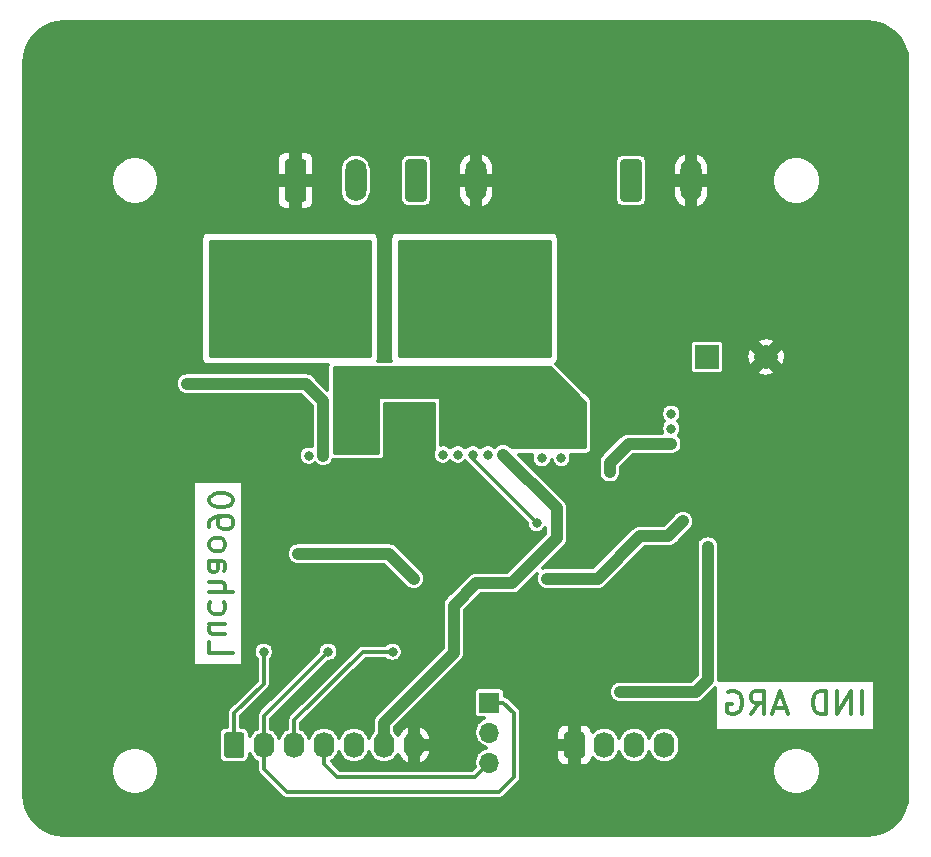
<source format=gbr>
%TF.GenerationSoftware,KiCad,Pcbnew,5.1.8-db9833491~87~ubuntu20.04.1*%
%TF.CreationDate,2020-11-15T00:24:13-03:00*%
%TF.ProjectId,dc_motor,64635f6d-6f74-46f7-922e-6b696361645f,Rev: 1.0*%
%TF.SameCoordinates,PX2dc6c00PY6cb8080*%
%TF.FileFunction,Copper,L2,Bot*%
%TF.FilePolarity,Positive*%
%FSLAX46Y46*%
G04 Gerber Fmt 4.6, Leading zero omitted, Abs format (unit mm)*
G04 Created by KiCad (PCBNEW 5.1.8-db9833491~87~ubuntu20.04.1) date 2020-11-15 00:24:13*
%MOMM*%
%LPD*%
G01*
G04 APERTURE LIST*
%TA.AperFunction,NonConductor*%
%ADD10C,0.350000*%
%TD*%
%TA.AperFunction,ComponentPad*%
%ADD11O,1.800000X3.600000*%
%TD*%
%TA.AperFunction,ComponentPad*%
%ADD12O,1.740000X2.190000*%
%TD*%
%TA.AperFunction,ComponentPad*%
%ADD13O,1.700000X1.700000*%
%TD*%
%TA.AperFunction,ComponentPad*%
%ADD14R,1.700000X1.700000*%
%TD*%
%TA.AperFunction,ComponentPad*%
%ADD15C,2.000000*%
%TD*%
%TA.AperFunction,ComponentPad*%
%ADD16R,2.000000X2.000000*%
%TD*%
%TA.AperFunction,ViaPad*%
%ADD17C,0.800000*%
%TD*%
%TA.AperFunction,Conductor*%
%ADD18C,1.000000*%
%TD*%
%TA.AperFunction,Conductor*%
%ADD19C,0.300000*%
%TD*%
%TA.AperFunction,Conductor*%
%ADD20C,0.254000*%
%TD*%
%TA.AperFunction,Conductor*%
%ADD21C,0.100000*%
%TD*%
G04 APERTURE END LIST*
D10*
X16295238Y16938096D02*
X16295238Y15985715D01*
X18295238Y15985715D01*
X17628571Y18461905D02*
X16295238Y18461905D01*
X17628571Y17604762D02*
X16580952Y17604762D01*
X16390476Y17700000D01*
X16295238Y17890477D01*
X16295238Y18176191D01*
X16390476Y18366667D01*
X16485714Y18461905D01*
X16390476Y20271429D02*
X16295238Y20080953D01*
X16295238Y19700000D01*
X16390476Y19509524D01*
X16485714Y19414286D01*
X16676190Y19319048D01*
X17247619Y19319048D01*
X17438095Y19414286D01*
X17533333Y19509524D01*
X17628571Y19700000D01*
X17628571Y20080953D01*
X17533333Y20271429D01*
X16295238Y21128572D02*
X18295238Y21128572D01*
X16295238Y21985715D02*
X17342857Y21985715D01*
X17533333Y21890477D01*
X17628571Y21700000D01*
X17628571Y21414286D01*
X17533333Y21223810D01*
X17438095Y21128572D01*
X16295238Y23795239D02*
X17342857Y23795239D01*
X17533333Y23700000D01*
X17628571Y23509524D01*
X17628571Y23128572D01*
X17533333Y22938096D01*
X16390476Y23795239D02*
X16295238Y23604762D01*
X16295238Y23128572D01*
X16390476Y22938096D01*
X16580952Y22842858D01*
X16771428Y22842858D01*
X16961904Y22938096D01*
X17057142Y23128572D01*
X17057142Y23604762D01*
X17152380Y23795239D01*
X16295238Y25033334D02*
X16390476Y24842858D01*
X16485714Y24747620D01*
X16676190Y24652381D01*
X17247619Y24652381D01*
X17438095Y24747620D01*
X17533333Y24842858D01*
X17628571Y25033334D01*
X17628571Y25319048D01*
X17533333Y25509524D01*
X17438095Y25604762D01*
X17247619Y25700000D01*
X16676190Y25700000D01*
X16485714Y25604762D01*
X16390476Y25509524D01*
X16295238Y25319048D01*
X16295238Y25033334D01*
X16295238Y26652381D02*
X16295238Y27033334D01*
X16390476Y27223810D01*
X16485714Y27319048D01*
X16771428Y27509524D01*
X17152380Y27604762D01*
X17914285Y27604762D01*
X18104761Y27509524D01*
X18200000Y27414286D01*
X18295238Y27223810D01*
X18295238Y26842858D01*
X18200000Y26652381D01*
X18104761Y26557143D01*
X17914285Y26461905D01*
X17438095Y26461905D01*
X17247619Y26557143D01*
X17152380Y26652381D01*
X17057142Y26842858D01*
X17057142Y27223810D01*
X17152380Y27414286D01*
X17247619Y27509524D01*
X17438095Y27604762D01*
X18295238Y28842858D02*
X18295238Y29033334D01*
X18200000Y29223810D01*
X18104761Y29319048D01*
X17914285Y29414286D01*
X17533333Y29509524D01*
X17057142Y29509524D01*
X16676190Y29414286D01*
X16485714Y29319048D01*
X16390476Y29223810D01*
X16295238Y29033334D01*
X16295238Y28842858D01*
X16390476Y28652381D01*
X16485714Y28557143D01*
X16676190Y28461905D01*
X17057142Y28366667D01*
X17533333Y28366667D01*
X17914285Y28461905D01*
X18104761Y28557143D01*
X18200000Y28652381D01*
X18295238Y28842858D01*
X71566666Y10795239D02*
X71566666Y12795239D01*
X70614285Y10795239D02*
X70614285Y12795239D01*
X69471428Y10795239D01*
X69471428Y12795239D01*
X68519047Y10795239D02*
X68519047Y12795239D01*
X68042857Y12795239D01*
X67757142Y12700000D01*
X67566666Y12509524D01*
X67471428Y12319048D01*
X67376190Y11938096D01*
X67376190Y11652381D01*
X67471428Y11271429D01*
X67566666Y11080953D01*
X67757142Y10890477D01*
X68042857Y10795239D01*
X68519047Y10795239D01*
X65090476Y11366667D02*
X64138095Y11366667D01*
X65280952Y10795239D02*
X64614285Y12795239D01*
X63947619Y10795239D01*
X62138095Y10795239D02*
X62804761Y11747620D01*
X63280952Y10795239D02*
X63280952Y12795239D01*
X62519047Y12795239D01*
X62328571Y12700000D01*
X62233333Y12604762D01*
X62138095Y12414286D01*
X62138095Y12128572D01*
X62233333Y11938096D01*
X62328571Y11842858D01*
X62519047Y11747620D01*
X63280952Y11747620D01*
X60233333Y12700000D02*
X60423809Y12795239D01*
X60709523Y12795239D01*
X60995238Y12700000D01*
X61185714Y12509524D01*
X61280952Y12319048D01*
X61376190Y11938096D01*
X61376190Y11652381D01*
X61280952Y11271429D01*
X61185714Y11080953D01*
X60995238Y10890477D01*
X60709523Y10795239D01*
X60519047Y10795239D01*
X60233333Y10890477D01*
X60138095Y10985715D01*
X60138095Y11652381D01*
X60519047Y11652381D01*
D11*
%TO.P,J5,2*%
%TO.N,GND*%
X38880000Y56000000D03*
%TO.P,J5,1*%
%TO.N,Net-(C11-Pad2)*%
%TA.AperFunction,ComponentPad*%
G36*
G01*
X32900000Y54450000D02*
X32900000Y57550000D01*
G75*
G02*
X33150000Y57800000I250000J0D01*
G01*
X34450000Y57800000D01*
G75*
G02*
X34700000Y57550000I0J-250000D01*
G01*
X34700000Y54450000D01*
G75*
G02*
X34450000Y54200000I-250000J0D01*
G01*
X33150000Y54200000D01*
G75*
G02*
X32900000Y54450000I0J250000D01*
G01*
G37*
%TD.AperFunction*%
%TD*%
%TO.P,J2,2*%
%TO.N,Net-(C10-Pad2)*%
X28680000Y56000000D03*
%TO.P,J2,1*%
%TO.N,GND*%
%TA.AperFunction,ComponentPad*%
G36*
G01*
X22700000Y54450000D02*
X22700000Y57550000D01*
G75*
G02*
X22950000Y57800000I250000J0D01*
G01*
X24250000Y57800000D01*
G75*
G02*
X24500000Y57550000I0J-250000D01*
G01*
X24500000Y54450000D01*
G75*
G02*
X24250000Y54200000I-250000J0D01*
G01*
X22950000Y54200000D01*
G75*
G02*
X22700000Y54450000I0J250000D01*
G01*
G37*
%TD.AperFunction*%
%TD*%
%TO.P,J1,2*%
%TO.N,GND*%
X57080000Y56000000D03*
%TO.P,J1,1*%
%TO.N,Net-(C7-Pad1)*%
%TA.AperFunction,ComponentPad*%
G36*
G01*
X51100000Y54450000D02*
X51100000Y57550000D01*
G75*
G02*
X51350000Y57800000I250000J0D01*
G01*
X52650000Y57800000D01*
G75*
G02*
X52900000Y57550000I0J-250000D01*
G01*
X52900000Y54450000D01*
G75*
G02*
X52650000Y54200000I-250000J0D01*
G01*
X51350000Y54200000D01*
G75*
G02*
X51100000Y54450000I0J250000D01*
G01*
G37*
%TD.AperFunction*%
%TD*%
D12*
%TO.P,J3,4*%
%TO.N,/SCL*%
X54829000Y8200000D03*
%TO.P,J3,3*%
%TO.N,/SDA*%
X52289000Y8200000D03*
%TO.P,J3,2*%
%TO.N,/ALERT*%
X49749000Y8200000D03*
%TO.P,J3,1*%
%TO.N,GND*%
%TA.AperFunction,ComponentPad*%
G36*
G01*
X46339000Y7354999D02*
X46339000Y9045001D01*
G75*
G02*
X46588999Y9295000I249999J0D01*
G01*
X47829001Y9295000D01*
G75*
G02*
X48079000Y9045001I0J-249999D01*
G01*
X48079000Y7354999D01*
G75*
G02*
X47829001Y7105000I-249999J0D01*
G01*
X46588999Y7105000D01*
G75*
G02*
X46339000Y7354999I0J249999D01*
G01*
G37*
%TD.AperFunction*%
%TD*%
D13*
%TO.P,JP2,3*%
%TO.N,/EN_2*%
X40000000Y6720000D03*
%TO.P,JP2,2*%
%TO.N,Net-(JP2-Pad2)*%
X40000000Y9260000D03*
D14*
%TO.P,JP2,1*%
%TO.N,/EN_1*%
X40000000Y11800000D03*
%TD*%
D12*
%TO.P,J4,7*%
%TO.N,GND*%
X33640000Y8200000D03*
%TO.P,J4,6*%
%TO.N,/IS-B*%
X31100000Y8200000D03*
%TO.P,J4,5*%
%TO.N,/IS-A*%
X28560000Y8200000D03*
%TO.P,J4,4*%
%TO.N,/EN_2*%
X26020000Y8200000D03*
%TO.P,J4,3*%
%TO.N,/PWM2*%
X23480000Y8200000D03*
%TO.P,J4,2*%
%TO.N,/EN_1*%
X20940000Y8200000D03*
%TO.P,J4,1*%
%TO.N,/PWM1*%
%TA.AperFunction,ComponentPad*%
G36*
G01*
X17530000Y7354999D02*
X17530000Y9045001D01*
G75*
G02*
X17779999Y9295000I249999J0D01*
G01*
X19020001Y9295000D01*
G75*
G02*
X19270000Y9045001I0J-249999D01*
G01*
X19270000Y7354999D01*
G75*
G02*
X19020001Y7105000I-249999J0D01*
G01*
X17779999Y7105000D01*
G75*
G02*
X17530000Y7354999I0J249999D01*
G01*
G37*
%TD.AperFunction*%
%TD*%
D15*
%TO.P,C9,2*%
%TO.N,GND*%
X63437000Y41051000D03*
D16*
%TO.P,C9,1*%
%TO.N,VCC*%
X58437000Y41051000D03*
%TD*%
D17*
%TO.N,GND*%
X20100000Y24400000D03*
X46600000Y12700000D03*
X48850000Y12700000D03*
X47600000Y29665000D03*
X30975000Y28500000D03*
X23500000Y18710500D03*
X31400000Y18700000D03*
X62400000Y24973000D03*
X65500000Y23400000D03*
X62400000Y21800000D03*
X39500000Y28500000D03*
X32550000Y35350000D03*
X32550000Y32950000D03*
X33750000Y36550000D03*
X32550000Y34150000D03*
X33750000Y35350000D03*
X32550000Y36550000D03*
X33750000Y32950000D03*
X33750000Y34150000D03*
X17350000Y35250000D03*
X17350000Y32850000D03*
X18550000Y36450000D03*
X17350000Y34050000D03*
X18550000Y35250000D03*
X17350000Y36450000D03*
X18550000Y32850000D03*
X18550000Y34050000D03*
X24407000Y28500000D03*
X24500000Y22300000D03*
X52600000Y22700000D03*
X53700000Y22700000D03*
X54900000Y22700000D03*
X41519662Y27919662D03*
X2500000Y67500000D03*
X7500000Y67500000D03*
X12500000Y67500000D03*
X17500000Y67500000D03*
X22500000Y67500000D03*
X27500000Y67500000D03*
X32500000Y67500000D03*
X37500000Y67500000D03*
X42500000Y67500000D03*
X47500000Y67500000D03*
X52500000Y67500000D03*
X57500000Y67500000D03*
X62500000Y67500000D03*
X67500000Y67500000D03*
X72500000Y67500000D03*
X3750000Y65000000D03*
X8750000Y65000000D03*
X13750000Y65000000D03*
X18750000Y65000000D03*
X23750000Y65000000D03*
X28750000Y65000000D03*
X33750000Y65000000D03*
X38750000Y65000000D03*
X43750000Y65000000D03*
X48750000Y65000000D03*
X53750000Y65000000D03*
X58750000Y65000000D03*
X63750000Y65000000D03*
X68750000Y65000000D03*
X73750000Y65000000D03*
X5000000Y62500000D03*
X10000000Y62500000D03*
X15000000Y62500000D03*
X20000000Y62500000D03*
X25000000Y62500000D03*
X30000000Y62500000D03*
X35000000Y62500000D03*
X40000000Y62500000D03*
X45000000Y62500000D03*
X50000000Y62500000D03*
X55000000Y62500000D03*
X60000000Y62500000D03*
X65000000Y62500000D03*
X70000000Y62500000D03*
X2500000Y50000000D03*
X7500000Y47500000D03*
X12500000Y45000000D03*
X2500000Y45000000D03*
X7500000Y42500000D03*
X12500000Y40000000D03*
X2500000Y40000000D03*
X7500000Y37500000D03*
X12500000Y35000000D03*
X2500000Y35000000D03*
X7500000Y32500000D03*
X12500000Y30000000D03*
X2500000Y30000000D03*
X7500000Y27500000D03*
X12500000Y25000000D03*
X2500000Y25000000D03*
X7500000Y22500000D03*
X12500000Y20000000D03*
X2500000Y20000000D03*
X7500000Y17500000D03*
X12500000Y15000000D03*
X2500000Y15000000D03*
X7500000Y12500000D03*
X12500000Y10000000D03*
X2500000Y10000000D03*
X7500000Y7500000D03*
X12500000Y5000000D03*
X2500000Y5000000D03*
X7500000Y2500000D03*
X70000000Y50000000D03*
X73000000Y47500000D03*
X70000000Y45000000D03*
X73000000Y42500000D03*
X70000000Y40000000D03*
X73000000Y37500000D03*
X70000000Y35000000D03*
X73000000Y32500000D03*
X70000000Y30000000D03*
X73000000Y27500000D03*
X70000000Y25000000D03*
X73000000Y22500000D03*
X70000000Y20000000D03*
X73000000Y17500000D03*
X40000000Y20000000D03*
X42500000Y20000000D03*
X45000000Y20000000D03*
X40000000Y17500000D03*
X42500000Y17500000D03*
X45000000Y17500000D03*
X40000000Y15000000D03*
X42500000Y15000000D03*
X45000000Y15000000D03*
X17500000Y2500000D03*
X22500000Y2500000D03*
X27500000Y2500000D03*
X32500000Y2500000D03*
X37500000Y2500000D03*
X42500000Y2500000D03*
X47500000Y2500000D03*
X52500000Y2500000D03*
X57500000Y2500000D03*
X62500000Y2500000D03*
X53400000Y31300000D03*
X53400000Y29400000D03*
X53400000Y27600000D03*
X55300000Y28600000D03*
X34300000Y26800000D03*
X36800000Y26800000D03*
X39300000Y26800000D03*
X35550000Y24300000D03*
X38050000Y24300000D03*
X40550000Y24300000D03*
X26021997Y28495801D03*
%TO.N,+5V*%
X55600000Y12700000D03*
X51100000Y12700000D03*
X53350000Y12700000D03*
X56400000Y27138000D03*
X58500000Y23400000D03*
X58500000Y25000000D03*
X58500000Y21800000D03*
X52800000Y25900000D03*
X46900000Y22300000D03*
X44900000Y22299994D03*
X33600006Y22300000D03*
X23800000Y24400008D03*
%TO.N,VCC*%
X55400000Y35000000D03*
X50200000Y31300000D03*
X55400000Y33700000D03*
X55400000Y36250000D03*
%TO.N,Net-(C10-Pad2)*%
X19600000Y49000000D03*
X21100000Y49000000D03*
X22600000Y49000000D03*
X24100000Y49000000D03*
X25600000Y49000000D03*
X27100000Y49000000D03*
X19600000Y47500000D03*
X21100000Y47500000D03*
X22600000Y47500000D03*
X24100000Y47500000D03*
X25600000Y47500000D03*
X27100000Y47500000D03*
X19600000Y46000000D03*
X21100000Y46000000D03*
X22600000Y46000000D03*
X24100000Y46000000D03*
X25600000Y46000000D03*
X27100000Y46000000D03*
X19600000Y44500000D03*
X21100000Y44500000D03*
X22600000Y44500000D03*
X24100000Y44500000D03*
X25600000Y44500000D03*
X27100000Y44500000D03*
X19600000Y43000000D03*
X21100000Y43000000D03*
X22600000Y43000000D03*
X24100000Y43000000D03*
X25600000Y43000000D03*
X27100000Y43000000D03*
X19600000Y41500000D03*
X21100000Y41500000D03*
X22600000Y41500000D03*
X24100000Y41500000D03*
X25600000Y41500000D03*
X27100000Y41500000D03*
%TO.N,Vdrive*%
X46350000Y37700000D03*
X46350000Y36500000D03*
X46350000Y34100000D03*
X46350000Y35300000D03*
X44451000Y32500000D03*
X46102000Y32500000D03*
X28500000Y37800000D03*
X29700000Y37800000D03*
X28500000Y36600000D03*
X29700000Y36600000D03*
X28500000Y35400000D03*
X29700000Y35400000D03*
X28500000Y34200000D03*
X43900000Y36500000D03*
X43900000Y34100000D03*
X45100000Y37700000D03*
X43900000Y35300000D03*
X45100000Y36500000D03*
X43900000Y37700000D03*
X45100000Y34100000D03*
X45100000Y35300000D03*
X29700000Y34200000D03*
%TO.N,Net-(C11-Pad2)*%
X40800000Y47500000D03*
X39300000Y41500000D03*
X36300000Y44500000D03*
X36300000Y41500000D03*
X34800000Y43000000D03*
X37800000Y46000000D03*
X42300000Y46000000D03*
X34800000Y47500000D03*
X37800000Y44500000D03*
X37800000Y43000000D03*
X36300000Y43000000D03*
X34800000Y49000000D03*
X37800000Y47500000D03*
X39300000Y49000000D03*
X42300000Y47500000D03*
X39300000Y47500000D03*
X36300000Y46000000D03*
X34800000Y41500000D03*
X37800000Y41500000D03*
X40800000Y49000000D03*
X36300000Y47500000D03*
X40800000Y43000000D03*
X42300000Y43000000D03*
X40800000Y41500000D03*
X42300000Y44500000D03*
X40800000Y46000000D03*
X37800000Y49000000D03*
X40800000Y44500000D03*
X39300000Y46000000D03*
X34800000Y46000000D03*
X34800000Y44500000D03*
X36300000Y49000000D03*
X42300000Y49000000D03*
X39300000Y43000000D03*
X42300000Y41500000D03*
X39300000Y44500000D03*
X44000000Y27000000D03*
X38600000Y32800000D03*
%TO.N,/IS-A*%
X25940000Y32700000D03*
X14400000Y38800000D03*
%TO.N,/IS-B*%
X41140000Y32800000D03*
%TO.N,Net-(C19-Pad1)*%
X24700000Y32700000D03*
%TO.N,Net-(C20-Pad1)*%
X39870000Y32800000D03*
%TO.N,/EN_1*%
X26354284Y16100000D03*
%TO.N,/PWM2*%
X31808568Y16100000D03*
%TO.N,/PWM1*%
X20900000Y16100000D03*
%TO.N,/INH-B*%
X37330000Y32800000D03*
%TO.N,/IN-B*%
X36060000Y32800000D03*
%TD*%
D18*
%TO.N,+5V*%
X52800000Y25900000D02*
X49199994Y22299994D01*
X49199994Y22299994D02*
X44900000Y22299994D01*
X58500000Y25000000D02*
X58500000Y13700000D01*
X57500000Y12700000D02*
X51100000Y12700000D01*
X58500000Y13700000D02*
X57500000Y12700000D01*
X55162000Y25900000D02*
X56400000Y27138000D01*
X52800000Y25900000D02*
X55162000Y25900000D01*
X33600006Y22300000D02*
X31499998Y24400008D01*
X31499998Y24400008D02*
X23800000Y24400008D01*
%TO.N,VCC*%
X51800000Y33700000D02*
X55400000Y33700000D01*
X50200000Y32100000D02*
X51800000Y33700000D01*
X50200000Y31300000D02*
X50200000Y32100000D01*
D19*
%TO.N,Net-(C11-Pad2)*%
X38600000Y32400000D02*
X38600000Y32800000D01*
X44000000Y27000000D02*
X38600000Y32400000D01*
D18*
%TO.N,/IS-A*%
X24450000Y38800000D02*
X14400000Y38800000D01*
X25940000Y37310000D02*
X24450000Y38800000D01*
X25940000Y32700000D02*
X25940000Y37310000D01*
%TO.N,/IS-B*%
X45700000Y28240000D02*
X41140000Y32800000D01*
X45700000Y25700000D02*
X45700000Y28240000D01*
X38900000Y21900000D02*
X41900000Y21900000D01*
X37000000Y20000000D02*
X38900000Y21900000D01*
X37000000Y16000000D02*
X37000000Y20000000D01*
X31100000Y10100000D02*
X37000000Y16000000D01*
X41900000Y21900000D02*
X45700000Y25700000D01*
X31100000Y8200000D02*
X31100000Y10100000D01*
D19*
%TO.N,/EN_2*%
X38780000Y5500000D02*
X40000000Y6720000D01*
X27100000Y5500000D02*
X38780000Y5500000D01*
X26020000Y6580000D02*
X27100000Y5500000D01*
X26020000Y8200000D02*
X26020000Y6580000D01*
%TO.N,/EN_1*%
X20940000Y10685716D02*
X20940000Y8200000D01*
X26354284Y16100000D02*
X20940000Y10685716D01*
X42100000Y5500000D02*
X42100000Y10900000D01*
X41200000Y11800000D02*
X40000000Y11800000D01*
X40850000Y4250000D02*
X42100000Y5500000D01*
X22850000Y4250000D02*
X40850000Y4250000D01*
X20940000Y6160000D02*
X22850000Y4250000D01*
X42100000Y10900000D02*
X41200000Y11800000D01*
X20940000Y8200000D02*
X20940000Y6160000D01*
%TO.N,/PWM2*%
X29300000Y16100000D02*
X31808568Y16100000D01*
X23480000Y10280000D02*
X29300000Y16100000D01*
X23480000Y8200000D02*
X23480000Y10280000D01*
%TO.N,/PWM1*%
X18400000Y8200000D02*
X18400000Y10900000D01*
X20900000Y13400000D02*
X20900000Y16100000D01*
X18400000Y10900000D02*
X20900000Y13400000D01*
%TD*%
D20*
%TO.N,Net-(C10-Pad2)*%
X29873000Y41127000D02*
X16377000Y41127000D01*
X16377000Y50873000D01*
X29873000Y50873000D01*
X29873000Y41127000D01*
%TA.AperFunction,Conductor*%
D21*
G36*
X29873000Y41127000D02*
G01*
X16377000Y41127000D01*
X16377000Y50873000D01*
X29873000Y50873000D01*
X29873000Y41127000D01*
G37*
%TD.AperFunction*%
%TD*%
D20*
%TO.N,Net-(C11-Pad2)*%
X45123000Y41127000D02*
X32377000Y41127000D01*
X32377000Y50873000D01*
X45123000Y50873000D01*
X45123000Y41127000D01*
%TA.AperFunction,Conductor*%
D21*
G36*
X45123000Y41127000D02*
G01*
X32377000Y41127000D01*
X32377000Y50873000D01*
X45123000Y50873000D01*
X45123000Y41127000D01*
G37*
%TD.AperFunction*%
%TD*%
D19*
%TO.N,Vdrive*%
X48100000Y37187868D02*
X48100000Y33400000D01*
X41883502Y33400000D01*
X41778754Y33504748D01*
X41670345Y33593717D01*
X41505308Y33681931D01*
X41326232Y33736253D01*
X41140000Y33754595D01*
X40953768Y33736253D01*
X40774692Y33681931D01*
X40609655Y33593717D01*
X40464999Y33475001D01*
X40434385Y33437697D01*
X40411844Y33460238D01*
X40272626Y33553260D01*
X40117936Y33617335D01*
X39953718Y33650000D01*
X39786282Y33650000D01*
X39622064Y33617335D01*
X39467374Y33553260D01*
X39328156Y33460238D01*
X39267918Y33400000D01*
X39202082Y33400000D01*
X39141844Y33460238D01*
X39002626Y33553260D01*
X38847936Y33617335D01*
X38683718Y33650000D01*
X38516282Y33650000D01*
X38352064Y33617335D01*
X38197374Y33553260D01*
X38058156Y33460238D01*
X37997918Y33400000D01*
X37932082Y33400000D01*
X37871844Y33460238D01*
X37732626Y33553260D01*
X37577936Y33617335D01*
X37413718Y33650000D01*
X37246282Y33650000D01*
X37082064Y33617335D01*
X36927374Y33553260D01*
X36788156Y33460238D01*
X36727918Y33400000D01*
X36662082Y33400000D01*
X36601844Y33460238D01*
X36462626Y33553260D01*
X36307936Y33617335D01*
X36143718Y33650000D01*
X35976282Y33650000D01*
X35900000Y33634827D01*
X35900000Y37500000D01*
X35897118Y37529264D01*
X35888582Y37557403D01*
X35874720Y37583336D01*
X35856066Y37606066D01*
X35833336Y37624720D01*
X35807403Y37638582D01*
X35779264Y37647118D01*
X35750000Y37650000D01*
X30750000Y37650000D01*
X30720736Y37647118D01*
X30692597Y37638582D01*
X30666664Y37624720D01*
X30643934Y37606066D01*
X30625280Y37583336D01*
X30611418Y37557403D01*
X30602882Y37529264D01*
X30600000Y37500000D01*
X30600000Y32900000D01*
X26900000Y32900000D01*
X26900000Y40100000D01*
X45187868Y40100000D01*
X48100000Y37187868D01*
%TA.AperFunction,Conductor*%
D21*
G36*
X48100000Y37187868D02*
G01*
X48100000Y33400000D01*
X41883502Y33400000D01*
X41778754Y33504748D01*
X41670345Y33593717D01*
X41505308Y33681931D01*
X41326232Y33736253D01*
X41140000Y33754595D01*
X40953768Y33736253D01*
X40774692Y33681931D01*
X40609655Y33593717D01*
X40464999Y33475001D01*
X40434385Y33437697D01*
X40411844Y33460238D01*
X40272626Y33553260D01*
X40117936Y33617335D01*
X39953718Y33650000D01*
X39786282Y33650000D01*
X39622064Y33617335D01*
X39467374Y33553260D01*
X39328156Y33460238D01*
X39267918Y33400000D01*
X39202082Y33400000D01*
X39141844Y33460238D01*
X39002626Y33553260D01*
X38847936Y33617335D01*
X38683718Y33650000D01*
X38516282Y33650000D01*
X38352064Y33617335D01*
X38197374Y33553260D01*
X38058156Y33460238D01*
X37997918Y33400000D01*
X37932082Y33400000D01*
X37871844Y33460238D01*
X37732626Y33553260D01*
X37577936Y33617335D01*
X37413718Y33650000D01*
X37246282Y33650000D01*
X37082064Y33617335D01*
X36927374Y33553260D01*
X36788156Y33460238D01*
X36727918Y33400000D01*
X36662082Y33400000D01*
X36601844Y33460238D01*
X36462626Y33553260D01*
X36307936Y33617335D01*
X36143718Y33650000D01*
X35976282Y33650000D01*
X35900000Y33634827D01*
X35900000Y37500000D01*
X35897118Y37529264D01*
X35888582Y37557403D01*
X35874720Y37583336D01*
X35856066Y37606066D01*
X35833336Y37624720D01*
X35807403Y37638582D01*
X35779264Y37647118D01*
X35750000Y37650000D01*
X30750000Y37650000D01*
X30720736Y37647118D01*
X30692597Y37638582D01*
X30666664Y37624720D01*
X30643934Y37606066D01*
X30625280Y37583336D01*
X30611418Y37557403D01*
X30602882Y37529264D01*
X30600000Y37500000D01*
X30600000Y32900000D01*
X26900000Y32900000D01*
X26900000Y40100000D01*
X45187868Y40100000D01*
X48100000Y37187868D01*
G37*
%TD.AperFunction*%
%TD*%
D19*
%TO.N,GND*%
X72659834Y69332426D02*
X73294546Y69140795D01*
X73879941Y68829534D01*
X74393731Y68410497D01*
X74816343Y67899646D01*
X75131683Y67316437D01*
X75327737Y66683087D01*
X75400000Y65995558D01*
X75400001Y4029351D01*
X75332426Y3340166D01*
X75140795Y2705453D01*
X74829537Y2120062D01*
X74410499Y1606271D01*
X73899649Y1183659D01*
X73316437Y868317D01*
X72683086Y672262D01*
X71995559Y600000D01*
X4029341Y600000D01*
X3340166Y667574D01*
X2705453Y859205D01*
X2120062Y1170463D01*
X1606271Y1589501D01*
X1183659Y2100351D01*
X868317Y2683563D01*
X672262Y3316914D01*
X600000Y4004441D01*
X600000Y6201907D01*
X7950000Y6201907D01*
X7950000Y5798093D01*
X8028780Y5402037D01*
X8183314Y5028961D01*
X8407661Y4693201D01*
X8693201Y4407661D01*
X9028961Y4183314D01*
X9402037Y4028780D01*
X9798093Y3950000D01*
X10201907Y3950000D01*
X10597963Y4028780D01*
X10971039Y4183314D01*
X11306799Y4407661D01*
X11592339Y4693201D01*
X11816686Y5028961D01*
X11971220Y5402037D01*
X12050000Y5798093D01*
X12050000Y6201907D01*
X11971220Y6597963D01*
X11816686Y6971039D01*
X11592339Y7306799D01*
X11306799Y7592339D01*
X10971039Y7816686D01*
X10597963Y7971220D01*
X10201907Y8050000D01*
X9798093Y8050000D01*
X9402037Y7971220D01*
X9028961Y7816686D01*
X8693201Y7592339D01*
X8407661Y7306799D01*
X8183314Y6971039D01*
X8028780Y6597963D01*
X7950000Y6201907D01*
X600000Y6201907D01*
X600000Y30515476D01*
X14927500Y30515476D01*
X14927500Y14884524D01*
X19177500Y14884524D01*
X19177500Y24400008D01*
X22845404Y24400008D01*
X22863746Y24213776D01*
X22918068Y24034700D01*
X23006282Y23869663D01*
X23124999Y23725007D01*
X23269655Y23606290D01*
X23434692Y23518076D01*
X23613768Y23463754D01*
X23753335Y23450008D01*
X31106496Y23450008D01*
X32961251Y21595252D01*
X33069660Y21506283D01*
X33234697Y21418068D01*
X33413773Y21363746D01*
X33600006Y21345405D01*
X33786238Y21363746D01*
X33965314Y21418068D01*
X34130351Y21506283D01*
X34275007Y21624999D01*
X34393723Y21769655D01*
X34481938Y21934692D01*
X34536260Y22113768D01*
X34554601Y22300000D01*
X34536260Y22486233D01*
X34481938Y22665309D01*
X34393723Y22830346D01*
X34304754Y22938755D01*
X32204748Y25038760D01*
X32174999Y25075009D01*
X32030343Y25193726D01*
X31865306Y25281940D01*
X31686230Y25336262D01*
X31546663Y25350008D01*
X31546652Y25350008D01*
X31499998Y25354603D01*
X31453344Y25350008D01*
X23753335Y25350008D01*
X23613768Y25336262D01*
X23434692Y25281940D01*
X23269655Y25193726D01*
X23124999Y25075009D01*
X23006282Y24930353D01*
X22918068Y24765316D01*
X22863746Y24586240D01*
X22845404Y24400008D01*
X19177500Y24400008D01*
X19177500Y30515476D01*
X14927500Y30515476D01*
X600000Y30515476D01*
X600000Y38800000D01*
X13445404Y38800000D01*
X13463746Y38613768D01*
X13518068Y38434692D01*
X13606282Y38269655D01*
X13724999Y38124999D01*
X13869655Y38006282D01*
X14034692Y37918068D01*
X14213768Y37863746D01*
X14353335Y37850000D01*
X24056498Y37850000D01*
X24990001Y36916496D01*
X24990000Y33499911D01*
X24947936Y33517335D01*
X24783718Y33550000D01*
X24616282Y33550000D01*
X24452064Y33517335D01*
X24297374Y33453260D01*
X24158156Y33360238D01*
X24039762Y33241844D01*
X23946740Y33102626D01*
X23882665Y32947936D01*
X23850000Y32783718D01*
X23850000Y32616282D01*
X23882665Y32452064D01*
X23946740Y32297374D01*
X24039762Y32158156D01*
X24158156Y32039762D01*
X24297374Y31946740D01*
X24452064Y31882665D01*
X24616282Y31850000D01*
X24783718Y31850000D01*
X24947936Y31882665D01*
X25102626Y31946740D01*
X25241844Y32039762D01*
X25247907Y32045825D01*
X25264999Y32024999D01*
X25409655Y31906282D01*
X25574692Y31818068D01*
X25753768Y31763746D01*
X25940000Y31745404D01*
X26126231Y31763746D01*
X26305307Y31818068D01*
X26470345Y31906282D01*
X26615001Y32024999D01*
X26733718Y32169655D01*
X26803389Y32300000D01*
X30750000Y32300000D01*
X30837791Y32308647D01*
X30922208Y32334254D01*
X31000007Y32375839D01*
X31068198Y32431802D01*
X31124161Y32499993D01*
X31165746Y32577792D01*
X31191353Y32662209D01*
X31200000Y32750000D01*
X31200000Y37050000D01*
X35300000Y37050000D01*
X35300000Y33250000D01*
X35305065Y33198581D01*
X35242665Y33047936D01*
X35210000Y32883718D01*
X35210000Y32716282D01*
X35242665Y32552064D01*
X35306740Y32397374D01*
X35399762Y32258156D01*
X35518156Y32139762D01*
X35657374Y32046740D01*
X35812064Y31982665D01*
X35976282Y31950000D01*
X36143718Y31950000D01*
X36307936Y31982665D01*
X36462626Y32046740D01*
X36601844Y32139762D01*
X36695000Y32232918D01*
X36788156Y32139762D01*
X36927374Y32046740D01*
X37082064Y31982665D01*
X37246282Y31950000D01*
X37413718Y31950000D01*
X37577936Y31982665D01*
X37732626Y32046740D01*
X37871844Y32139762D01*
X37965000Y32232918D01*
X38058156Y32139762D01*
X38059107Y32139126D01*
X38098704Y32065046D01*
X38173683Y31973683D01*
X38196586Y31954887D01*
X43150000Y27001472D01*
X43150000Y26916282D01*
X43182665Y26752064D01*
X43246740Y26597374D01*
X43339762Y26458156D01*
X43458156Y26339762D01*
X43597374Y26246740D01*
X43752064Y26182665D01*
X43916282Y26150000D01*
X44083718Y26150000D01*
X44247936Y26182665D01*
X44402626Y26246740D01*
X44541844Y26339762D01*
X44660238Y26458156D01*
X44750000Y26592496D01*
X44750000Y26093502D01*
X41506498Y22850000D01*
X38946657Y22850000D01*
X38900000Y22854595D01*
X38853343Y22850000D01*
X38853335Y22850000D01*
X38729720Y22837825D01*
X38713767Y22836254D01*
X38534691Y22781932D01*
X38455797Y22739762D01*
X38369655Y22693718D01*
X38369653Y22693717D01*
X38369654Y22693717D01*
X38261245Y22604748D01*
X38261242Y22604745D01*
X38224999Y22575001D01*
X38195254Y22538757D01*
X36361243Y20704745D01*
X36325000Y20675001D01*
X36295256Y20638758D01*
X36295252Y20638754D01*
X36206283Y20530345D01*
X36118069Y20365308D01*
X36063747Y20186232D01*
X36045405Y20000000D01*
X36050001Y19953336D01*
X36050000Y16393503D01*
X30461243Y10804745D01*
X30425000Y10775001D01*
X30395256Y10738758D01*
X30395252Y10738754D01*
X30306283Y10630345D01*
X30218069Y10465308D01*
X30163747Y10286232D01*
X30145405Y10100000D01*
X30150001Y10053336D01*
X30150001Y9348150D01*
X29997150Y9161900D01*
X29874579Y8932585D01*
X29830000Y8785628D01*
X29785421Y8932586D01*
X29662850Y9161901D01*
X29497897Y9362897D01*
X29296900Y9527850D01*
X29067585Y9650421D01*
X28818764Y9725900D01*
X28560000Y9751386D01*
X28301235Y9725900D01*
X28052414Y9650421D01*
X27823099Y9527850D01*
X27622103Y9362897D01*
X27457150Y9161900D01*
X27334579Y8932585D01*
X27290000Y8785628D01*
X27245421Y8932586D01*
X27122850Y9161901D01*
X26957897Y9362897D01*
X26756900Y9527850D01*
X26527585Y9650421D01*
X26278764Y9725900D01*
X26020000Y9751386D01*
X25761235Y9725900D01*
X25512414Y9650421D01*
X25283099Y9527850D01*
X25082103Y9362897D01*
X24917150Y9161900D01*
X24794579Y8932585D01*
X24750000Y8785628D01*
X24705421Y8932586D01*
X24582850Y9161901D01*
X24417897Y9362897D01*
X24216900Y9527850D01*
X24080000Y9601024D01*
X24080000Y10031473D01*
X29548528Y15500000D01*
X31206486Y15500000D01*
X31266724Y15439762D01*
X31405942Y15346740D01*
X31560632Y15282665D01*
X31724850Y15250000D01*
X31892286Y15250000D01*
X32056504Y15282665D01*
X32211194Y15346740D01*
X32350412Y15439762D01*
X32468806Y15558156D01*
X32561828Y15697374D01*
X32625903Y15852064D01*
X32658568Y16016282D01*
X32658568Y16183718D01*
X32625903Y16347936D01*
X32561828Y16502626D01*
X32468806Y16641844D01*
X32350412Y16760238D01*
X32211194Y16853260D01*
X32056504Y16917335D01*
X31892286Y16950000D01*
X31724850Y16950000D01*
X31560632Y16917335D01*
X31405942Y16853260D01*
X31266724Y16760238D01*
X31206486Y16700000D01*
X29329474Y16700000D01*
X29300000Y16702903D01*
X29270526Y16700000D01*
X29182379Y16691318D01*
X29069279Y16657010D01*
X28965045Y16601296D01*
X28873683Y16526317D01*
X28854891Y16503419D01*
X23076582Y10725109D01*
X23053684Y10706317D01*
X22978705Y10614955D01*
X22952028Y10565046D01*
X22922991Y10510721D01*
X22888682Y10397620D01*
X22877097Y10280000D01*
X22880001Y10250517D01*
X22880001Y9601025D01*
X22743099Y9527850D01*
X22542103Y9362897D01*
X22377150Y9161900D01*
X22254579Y8932585D01*
X22210000Y8785628D01*
X22165421Y8932586D01*
X22042850Y9161901D01*
X21877897Y9362897D01*
X21676900Y9527850D01*
X21540000Y9601024D01*
X21540000Y10437189D01*
X26352812Y15250000D01*
X26438002Y15250000D01*
X26602220Y15282665D01*
X26756910Y15346740D01*
X26896128Y15439762D01*
X27014522Y15558156D01*
X27107544Y15697374D01*
X27171619Y15852064D01*
X27204284Y16016282D01*
X27204284Y16183718D01*
X27171619Y16347936D01*
X27107544Y16502626D01*
X27014522Y16641844D01*
X26896128Y16760238D01*
X26756910Y16853260D01*
X26602220Y16917335D01*
X26438002Y16950000D01*
X26270566Y16950000D01*
X26106348Y16917335D01*
X25951658Y16853260D01*
X25812440Y16760238D01*
X25694046Y16641844D01*
X25601024Y16502626D01*
X25536949Y16347936D01*
X25504284Y16183718D01*
X25504284Y16098528D01*
X20536586Y11130829D01*
X20513683Y11112033D01*
X20438704Y11020670D01*
X20382990Y10916436D01*
X20369304Y10871318D01*
X20348682Y10803336D01*
X20337097Y10685716D01*
X20340000Y10656242D01*
X20340000Y9601025D01*
X20203099Y9527850D01*
X20002103Y9362897D01*
X19837150Y9161900D01*
X19722177Y8946800D01*
X19722177Y9045001D01*
X19708685Y9181989D01*
X19668727Y9313712D01*
X19603839Y9435109D01*
X19516514Y9541514D01*
X19410109Y9628839D01*
X19288712Y9693727D01*
X19156989Y9733685D01*
X19020001Y9747177D01*
X19000000Y9747177D01*
X19000000Y10651473D01*
X21303420Y12954892D01*
X21326317Y12973683D01*
X21401296Y13065045D01*
X21457010Y13169279D01*
X21491318Y13282379D01*
X21500000Y13370526D01*
X21500000Y13370527D01*
X21502903Y13400000D01*
X21500000Y13429474D01*
X21500000Y15497918D01*
X21560238Y15558156D01*
X21653260Y15697374D01*
X21717335Y15852064D01*
X21750000Y16016282D01*
X21750000Y16183718D01*
X21717335Y16347936D01*
X21653260Y16502626D01*
X21560238Y16641844D01*
X21441844Y16760238D01*
X21302626Y16853260D01*
X21147936Y16917335D01*
X20983718Y16950000D01*
X20816282Y16950000D01*
X20652064Y16917335D01*
X20497374Y16853260D01*
X20358156Y16760238D01*
X20239762Y16641844D01*
X20146740Y16502626D01*
X20082665Y16347936D01*
X20050000Y16183718D01*
X20050000Y16016282D01*
X20082665Y15852064D01*
X20146740Y15697374D01*
X20239762Y15558156D01*
X20300001Y15497917D01*
X20300000Y13648528D01*
X17996582Y11345109D01*
X17973684Y11326317D01*
X17898705Y11234955D01*
X17873079Y11187012D01*
X17842991Y11130721D01*
X17808682Y11017620D01*
X17797097Y10900000D01*
X17800001Y10870517D01*
X17800001Y9747177D01*
X17779999Y9747177D01*
X17643011Y9733685D01*
X17511288Y9693727D01*
X17389891Y9628839D01*
X17283486Y9541514D01*
X17196161Y9435109D01*
X17131273Y9313712D01*
X17091315Y9181989D01*
X17077823Y9045001D01*
X17077823Y7354999D01*
X17091315Y7218011D01*
X17131273Y7086288D01*
X17196161Y6964891D01*
X17283486Y6858486D01*
X17389891Y6771161D01*
X17511288Y6706273D01*
X17643011Y6666315D01*
X17779999Y6652823D01*
X19020001Y6652823D01*
X19156989Y6666315D01*
X19288712Y6706273D01*
X19410109Y6771161D01*
X19516514Y6858486D01*
X19603839Y6964891D01*
X19668727Y7086288D01*
X19708685Y7218011D01*
X19722177Y7354999D01*
X19722177Y7453199D01*
X19837150Y7238099D01*
X20002104Y7037103D01*
X20203100Y6872150D01*
X20340001Y6798975D01*
X20340001Y6189483D01*
X20337097Y6160000D01*
X20348682Y6042380D01*
X20378190Y5945105D01*
X20382991Y5929279D01*
X20438705Y5825045D01*
X20513684Y5733683D01*
X20536582Y5714891D01*
X22404891Y3846581D01*
X22423683Y3823683D01*
X22515045Y3748704D01*
X22619279Y3692990D01*
X22711403Y3665045D01*
X22732379Y3658682D01*
X22850000Y3647097D01*
X22879474Y3650000D01*
X40820526Y3650000D01*
X40850000Y3647097D01*
X40879474Y3650000D01*
X40967621Y3658682D01*
X41080721Y3692990D01*
X41184955Y3748704D01*
X41276317Y3823683D01*
X41295113Y3846586D01*
X42503420Y5054892D01*
X42526317Y5073683D01*
X42601296Y5165045D01*
X42657010Y5269279D01*
X42691318Y5382379D01*
X42700000Y5470526D01*
X42700000Y5470527D01*
X42702903Y5500000D01*
X42700000Y5529474D01*
X42700000Y6201907D01*
X63950000Y6201907D01*
X63950000Y5798093D01*
X64028780Y5402037D01*
X64183314Y5028961D01*
X64407661Y4693201D01*
X64693201Y4407661D01*
X65028961Y4183314D01*
X65402037Y4028780D01*
X65798093Y3950000D01*
X66201907Y3950000D01*
X66597963Y4028780D01*
X66971039Y4183314D01*
X67306799Y4407661D01*
X67592339Y4693201D01*
X67816686Y5028961D01*
X67971220Y5402037D01*
X68050000Y5798093D01*
X68050000Y6201907D01*
X67971220Y6597963D01*
X67816686Y6971039D01*
X67592339Y7306799D01*
X67306799Y7592339D01*
X66971039Y7816686D01*
X66597963Y7971220D01*
X66201907Y8050000D01*
X65798093Y8050000D01*
X65402037Y7971220D01*
X65028961Y7816686D01*
X64693201Y7592339D01*
X64407661Y7306799D01*
X64183314Y6971039D01*
X64028780Y6597963D01*
X63950000Y6201907D01*
X42700000Y6201907D01*
X42700000Y7105000D01*
X45677816Y7105000D01*
X45690520Y6976009D01*
X45728146Y6851976D01*
X45789246Y6737666D01*
X45871472Y6637472D01*
X45971666Y6555246D01*
X46085976Y6494146D01*
X46210009Y6456520D01*
X46339000Y6443816D01*
X46694500Y6447000D01*
X46859000Y6611500D01*
X46859000Y7850000D01*
X45845500Y7850000D01*
X45681000Y7685500D01*
X45677816Y7105000D01*
X42700000Y7105000D01*
X42700000Y9295000D01*
X45677816Y9295000D01*
X45681000Y8714500D01*
X45845500Y8550000D01*
X46859000Y8550000D01*
X46859000Y9788500D01*
X47559000Y9788500D01*
X47559000Y8550000D01*
X47579000Y8550000D01*
X47579000Y7850000D01*
X47559000Y7850000D01*
X47559000Y6611500D01*
X47723500Y6447000D01*
X48079000Y6443816D01*
X48207991Y6456520D01*
X48332024Y6494146D01*
X48446334Y6555246D01*
X48546528Y6637472D01*
X48628754Y6737666D01*
X48689854Y6851976D01*
X48727480Y6976009D01*
X48740184Y7105000D01*
X48740082Y7123643D01*
X48811104Y7037103D01*
X49012100Y6872150D01*
X49241415Y6749579D01*
X49490236Y6674100D01*
X49749000Y6648614D01*
X50007765Y6674100D01*
X50256586Y6749579D01*
X50485901Y6872150D01*
X50686897Y7037103D01*
X50851850Y7238099D01*
X50974421Y7467415D01*
X51019000Y7614372D01*
X51063579Y7467414D01*
X51186150Y7238099D01*
X51351104Y7037103D01*
X51552100Y6872150D01*
X51781415Y6749579D01*
X52030236Y6674100D01*
X52289000Y6648614D01*
X52547765Y6674100D01*
X52796586Y6749579D01*
X53025901Y6872150D01*
X53226897Y7037103D01*
X53391850Y7238099D01*
X53514421Y7467415D01*
X53559000Y7614372D01*
X53603579Y7467414D01*
X53726150Y7238099D01*
X53891104Y7037103D01*
X54092100Y6872150D01*
X54321415Y6749579D01*
X54570236Y6674100D01*
X54829000Y6648614D01*
X55087765Y6674100D01*
X55336586Y6749579D01*
X55565901Y6872150D01*
X55766897Y7037103D01*
X55931850Y7238099D01*
X56054421Y7467415D01*
X56129900Y7716236D01*
X56149000Y7910163D01*
X56149000Y8489838D01*
X56129900Y8683765D01*
X56054421Y8932586D01*
X55931850Y9161901D01*
X55766897Y9362897D01*
X55565900Y9527850D01*
X55336585Y9650421D01*
X55087764Y9725900D01*
X54829000Y9751386D01*
X54570235Y9725900D01*
X54321414Y9650421D01*
X54092099Y9527850D01*
X53891103Y9362897D01*
X53726150Y9161900D01*
X53603579Y8932585D01*
X53559000Y8785628D01*
X53514421Y8932586D01*
X53391850Y9161901D01*
X53226897Y9362897D01*
X53025900Y9527850D01*
X52796585Y9650421D01*
X52547764Y9725900D01*
X52289000Y9751386D01*
X52030235Y9725900D01*
X51781414Y9650421D01*
X51552099Y9527850D01*
X51351103Y9362897D01*
X51186150Y9161900D01*
X51063579Y8932585D01*
X51019000Y8785628D01*
X50974421Y8932586D01*
X50851850Y9161901D01*
X50686897Y9362897D01*
X50485900Y9527850D01*
X50256585Y9650421D01*
X50007764Y9725900D01*
X49749000Y9751386D01*
X49490235Y9725900D01*
X49241414Y9650421D01*
X49012099Y9527850D01*
X48811103Y9362897D01*
X48740082Y9276357D01*
X48740184Y9295000D01*
X48727480Y9423991D01*
X48689854Y9548024D01*
X48628754Y9662334D01*
X48546528Y9762528D01*
X48446334Y9844754D01*
X48332024Y9905854D01*
X48207991Y9943480D01*
X48079000Y9956184D01*
X47723500Y9953000D01*
X47559000Y9788500D01*
X46859000Y9788500D01*
X46694500Y9953000D01*
X46339000Y9956184D01*
X46210009Y9943480D01*
X46085976Y9905854D01*
X45971666Y9844754D01*
X45871472Y9762528D01*
X45789246Y9662334D01*
X45728146Y9548024D01*
X45690520Y9423991D01*
X45677816Y9295000D01*
X42700000Y9295000D01*
X42700000Y10870527D01*
X42702903Y10900001D01*
X42691318Y11017621D01*
X42680102Y11054596D01*
X42657010Y11130721D01*
X42601296Y11234955D01*
X42526317Y11326317D01*
X42503419Y11345109D01*
X41645113Y12203414D01*
X41626317Y12226317D01*
X41534955Y12301296D01*
X41430721Y12357010D01*
X41317621Y12391318D01*
X41302177Y12392839D01*
X41302177Y12650000D01*
X41297253Y12700000D01*
X50145404Y12700000D01*
X50163746Y12513768D01*
X50218068Y12334692D01*
X50306282Y12169655D01*
X50424999Y12024999D01*
X50569655Y11906282D01*
X50734692Y11818068D01*
X50913768Y11763746D01*
X51053335Y11750000D01*
X57453346Y11750000D01*
X57500000Y11745405D01*
X57546654Y11750000D01*
X57546665Y11750000D01*
X57686232Y11763746D01*
X57865308Y11818068D01*
X58030345Y11906282D01*
X58175001Y12024999D01*
X58204750Y12061248D01*
X59132143Y12988641D01*
X59132143Y9427500D01*
X72667857Y9427500D01*
X72667857Y13677500D01*
X59452379Y13677500D01*
X59454595Y13700000D01*
X59450000Y13746657D01*
X59450000Y25046665D01*
X59436254Y25186232D01*
X59381932Y25365308D01*
X59293718Y25530345D01*
X59175001Y25675001D01*
X59030345Y25793718D01*
X58865307Y25881932D01*
X58686231Y25936254D01*
X58500000Y25954596D01*
X58313768Y25936254D01*
X58134692Y25881932D01*
X57969655Y25793718D01*
X57824999Y25675001D01*
X57706282Y25530345D01*
X57618068Y25365307D01*
X57563746Y25186231D01*
X57550000Y25046664D01*
X57550001Y14093503D01*
X57106498Y13650000D01*
X51053335Y13650000D01*
X50913768Y13636254D01*
X50734692Y13581932D01*
X50569655Y13493718D01*
X50424999Y13375001D01*
X50306282Y13230345D01*
X50218068Y13065308D01*
X50163746Y12886232D01*
X50145404Y12700000D01*
X41297253Y12700000D01*
X41293489Y12738215D01*
X41267757Y12823041D01*
X41225971Y12901216D01*
X41169737Y12969737D01*
X41101216Y13025971D01*
X41023041Y13067757D01*
X40938215Y13093489D01*
X40850000Y13102177D01*
X39150000Y13102177D01*
X39061785Y13093489D01*
X38976959Y13067757D01*
X38898784Y13025971D01*
X38830263Y12969737D01*
X38774029Y12901216D01*
X38732243Y12823041D01*
X38706511Y12738215D01*
X38697823Y12650000D01*
X38697823Y10950000D01*
X38706511Y10861785D01*
X38732243Y10776959D01*
X38774029Y10698784D01*
X38830263Y10630263D01*
X38898784Y10574029D01*
X38976959Y10532243D01*
X39061785Y10506511D01*
X39150000Y10497823D01*
X39591305Y10497823D01*
X39384219Y10412045D01*
X39171298Y10269776D01*
X38990224Y10088702D01*
X38847955Y9875781D01*
X38749958Y9639196D01*
X38700000Y9388039D01*
X38700000Y9131961D01*
X38749958Y8880804D01*
X38847955Y8644219D01*
X38990224Y8431298D01*
X39171298Y8250224D01*
X39384219Y8107955D01*
X39620804Y8009958D01*
X39721140Y7990000D01*
X39620804Y7970042D01*
X39384219Y7872045D01*
X39171298Y7729776D01*
X38990224Y7548702D01*
X38847955Y7335781D01*
X38749958Y7099196D01*
X38700000Y6848039D01*
X38700000Y6591961D01*
X38749958Y6340804D01*
X38756495Y6325022D01*
X38531473Y6100000D01*
X27348528Y6100000D01*
X26639258Y6809269D01*
X26756901Y6872150D01*
X26957897Y7037103D01*
X27122850Y7238099D01*
X27245421Y7467415D01*
X27290000Y7614372D01*
X27334579Y7467414D01*
X27457150Y7238099D01*
X27622104Y7037103D01*
X27823100Y6872150D01*
X28052415Y6749579D01*
X28301236Y6674100D01*
X28560000Y6648614D01*
X28818765Y6674100D01*
X29067586Y6749579D01*
X29296901Y6872150D01*
X29497897Y7037103D01*
X29662850Y7238099D01*
X29785421Y7467415D01*
X29830000Y7614372D01*
X29874579Y7467414D01*
X29997150Y7238099D01*
X30162104Y7037103D01*
X30363100Y6872150D01*
X30592415Y6749579D01*
X30841236Y6674100D01*
X31100000Y6648614D01*
X31358765Y6674100D01*
X31607586Y6749579D01*
X31836901Y6872150D01*
X32037897Y7037103D01*
X32202850Y7238099D01*
X32259560Y7344197D01*
X32263198Y7333835D01*
X32414738Y7077554D01*
X32613364Y6855761D01*
X32851443Y6676980D01*
X33061632Y6560689D01*
X33290000Y6657187D01*
X33290000Y7850000D01*
X33990000Y7850000D01*
X33990000Y6657187D01*
X34218368Y6560689D01*
X34428557Y6676980D01*
X34666636Y6855761D01*
X34865262Y7077554D01*
X35016802Y7333835D01*
X35115432Y7614756D01*
X34989121Y7850000D01*
X33990000Y7850000D01*
X33290000Y7850000D01*
X33270000Y7850000D01*
X33270000Y8550000D01*
X33290000Y8550000D01*
X33290000Y9742813D01*
X33990000Y9742813D01*
X33990000Y8550000D01*
X34989121Y8550000D01*
X35115432Y8785244D01*
X35016802Y9066165D01*
X34865262Y9322446D01*
X34666636Y9544239D01*
X34428557Y9723020D01*
X34218368Y9839311D01*
X33990000Y9742813D01*
X33290000Y9742813D01*
X33061632Y9839311D01*
X32851443Y9723020D01*
X32613364Y9544239D01*
X32414738Y9322446D01*
X32263198Y9066165D01*
X32259560Y9055803D01*
X32202850Y9161901D01*
X32050000Y9348149D01*
X32050000Y9706498D01*
X37638757Y15295254D01*
X37675001Y15324999D01*
X37793718Y15469655D01*
X37881932Y15634692D01*
X37936254Y15813768D01*
X37950000Y15953335D01*
X37950000Y15953345D01*
X37954595Y15999999D01*
X37950000Y16046654D01*
X37950000Y19606498D01*
X39293503Y20950000D01*
X41853346Y20950000D01*
X41900000Y20945405D01*
X41946654Y20950000D01*
X41946665Y20950000D01*
X42086232Y20963746D01*
X42265308Y21018068D01*
X42430345Y21106282D01*
X42575001Y21224999D01*
X42604750Y21261248D01*
X44028706Y22685204D01*
X44018068Y22665302D01*
X43963746Y22486226D01*
X43945404Y22299994D01*
X43963746Y22113762D01*
X44018068Y21934686D01*
X44106282Y21769649D01*
X44224999Y21624993D01*
X44369655Y21506276D01*
X44534692Y21418062D01*
X44713768Y21363740D01*
X44853335Y21349994D01*
X49153340Y21349994D01*
X49199994Y21345399D01*
X49246648Y21349994D01*
X49246659Y21349994D01*
X49386226Y21363740D01*
X49565302Y21418062D01*
X49730339Y21506276D01*
X49874995Y21624993D01*
X49904744Y21661242D01*
X53193503Y24950000D01*
X55115346Y24950000D01*
X55162000Y24945405D01*
X55208654Y24950000D01*
X55208665Y24950000D01*
X55348232Y24963746D01*
X55527308Y25018068D01*
X55692345Y25106282D01*
X55837001Y25224999D01*
X55866750Y25261248D01*
X57104748Y26499245D01*
X57193717Y26607654D01*
X57281931Y26772691D01*
X57336253Y26951766D01*
X57354595Y27137999D01*
X57336253Y27324232D01*
X57281931Y27503308D01*
X57193717Y27668345D01*
X57075001Y27813001D01*
X56930345Y27931717D01*
X56765308Y28019931D01*
X56586232Y28074253D01*
X56399999Y28092595D01*
X56213766Y28074253D01*
X56034691Y28019931D01*
X55869654Y27931717D01*
X55761245Y27842748D01*
X54768498Y26850000D01*
X52846654Y26850000D01*
X52799999Y26854595D01*
X52753344Y26850000D01*
X52753335Y26850000D01*
X52613768Y26836254D01*
X52434692Y26781932D01*
X52269655Y26693718D01*
X52269653Y26693717D01*
X52269654Y26693717D01*
X52161245Y26604748D01*
X52161242Y26604745D01*
X52124999Y26575001D01*
X52095254Y26538757D01*
X48806492Y23249994D01*
X44853335Y23249994D01*
X44713768Y23236248D01*
X44534692Y23181926D01*
X44514790Y23171288D01*
X46338752Y24995250D01*
X46375001Y25024999D01*
X46493718Y25169655D01*
X46553736Y25281940D01*
X46581932Y25334691D01*
X46636254Y25513767D01*
X46639019Y25541844D01*
X46650000Y25653335D01*
X46650000Y25653343D01*
X46654595Y25700000D01*
X46650000Y25746657D01*
X46650000Y28193343D01*
X46654595Y28240000D01*
X46650000Y28286657D01*
X46650000Y28286665D01*
X46636254Y28426232D01*
X46581932Y28605308D01*
X46493718Y28770345D01*
X46375001Y28915001D01*
X46338757Y28944746D01*
X42483502Y32800000D01*
X43655231Y32800000D01*
X43633665Y32747936D01*
X43601000Y32583718D01*
X43601000Y32416282D01*
X43633665Y32252064D01*
X43697740Y32097374D01*
X43790762Y31958156D01*
X43909156Y31839762D01*
X44048374Y31746740D01*
X44203064Y31682665D01*
X44367282Y31650000D01*
X44534718Y31650000D01*
X44698936Y31682665D01*
X44853626Y31746740D01*
X44992844Y31839762D01*
X45111238Y31958156D01*
X45204260Y32097374D01*
X45268335Y32252064D01*
X45276500Y32293112D01*
X45284665Y32252064D01*
X45348740Y32097374D01*
X45441762Y31958156D01*
X45560156Y31839762D01*
X45699374Y31746740D01*
X45854064Y31682665D01*
X46018282Y31650000D01*
X46185718Y31650000D01*
X46349936Y31682665D01*
X46504626Y31746740D01*
X46643844Y31839762D01*
X46762238Y31958156D01*
X46855260Y32097374D01*
X46856347Y32100000D01*
X49245405Y32100000D01*
X49250000Y32053346D01*
X49250000Y31253336D01*
X49263746Y31113769D01*
X49318068Y30934693D01*
X49406282Y30769655D01*
X49524999Y30624999D01*
X49669655Y30506282D01*
X49834692Y30418068D01*
X50013768Y30363746D01*
X50200000Y30345404D01*
X50386231Y30363746D01*
X50565307Y30418068D01*
X50730345Y30506282D01*
X50875001Y30624999D01*
X50993718Y30769655D01*
X51081932Y30934692D01*
X51136254Y31113768D01*
X51150000Y31253335D01*
X51150000Y31706498D01*
X52193503Y32750000D01*
X55446665Y32750000D01*
X55586232Y32763746D01*
X55765308Y32818068D01*
X55930345Y32906282D01*
X56075001Y33024999D01*
X56193718Y33169655D01*
X56281932Y33334692D01*
X56336254Y33513768D01*
X56354596Y33700000D01*
X56336254Y33886232D01*
X56281932Y34065308D01*
X56193718Y34230345D01*
X56075001Y34375001D01*
X56021220Y34419138D01*
X56060238Y34458156D01*
X56153260Y34597374D01*
X56217335Y34752064D01*
X56250000Y34916282D01*
X56250000Y35083718D01*
X56217335Y35247936D01*
X56153260Y35402626D01*
X56060238Y35541844D01*
X55977082Y35625000D01*
X56060238Y35708156D01*
X56153260Y35847374D01*
X56217335Y36002064D01*
X56250000Y36166282D01*
X56250000Y36333718D01*
X56217335Y36497936D01*
X56153260Y36652626D01*
X56060238Y36791844D01*
X55941844Y36910238D01*
X55802626Y37003260D01*
X55647936Y37067335D01*
X55483718Y37100000D01*
X55316282Y37100000D01*
X55152064Y37067335D01*
X54997374Y37003260D01*
X54858156Y36910238D01*
X54739762Y36791844D01*
X54646740Y36652626D01*
X54582665Y36497936D01*
X54550000Y36333718D01*
X54550000Y36166282D01*
X54582665Y36002064D01*
X54646740Y35847374D01*
X54739762Y35708156D01*
X54822918Y35625000D01*
X54739762Y35541844D01*
X54646740Y35402626D01*
X54582665Y35247936D01*
X54550000Y35083718D01*
X54550000Y34916282D01*
X54582665Y34752064D01*
X54624941Y34650000D01*
X51846657Y34650000D01*
X51800000Y34654595D01*
X51753343Y34650000D01*
X51753335Y34650000D01*
X51629720Y34637825D01*
X51613767Y34636254D01*
X51434691Y34581932D01*
X51374951Y34550000D01*
X51269655Y34493718D01*
X51269653Y34493717D01*
X51269654Y34493717D01*
X51161245Y34404748D01*
X51161242Y34404745D01*
X51124999Y34375001D01*
X51095254Y34338757D01*
X49561243Y32804745D01*
X49525000Y32775001D01*
X49495256Y32738758D01*
X49495252Y32738754D01*
X49406592Y32630721D01*
X49406283Y32630345D01*
X49318069Y32465308D01*
X49263747Y32286232D01*
X49250000Y32146665D01*
X49250000Y32146654D01*
X49245405Y32100000D01*
X46856347Y32100000D01*
X46919335Y32252064D01*
X46952000Y32416282D01*
X46952000Y32583718D01*
X46919335Y32747936D01*
X46897769Y32800000D01*
X48250000Y32800000D01*
X48337791Y32808647D01*
X48422208Y32834254D01*
X48500007Y32875839D01*
X48568198Y32931802D01*
X48624161Y32999993D01*
X48665746Y33077792D01*
X48691353Y33162209D01*
X48700000Y33250000D01*
X48700000Y37250000D01*
X48691353Y37337791D01*
X48665746Y37422208D01*
X48624161Y37500007D01*
X48568198Y37568198D01*
X45652880Y40483516D01*
X45715276Y40534724D01*
X45797107Y40634435D01*
X45857913Y40748194D01*
X45895357Y40871631D01*
X45908000Y41000000D01*
X45908000Y42051000D01*
X56984823Y42051000D01*
X56984823Y40051000D01*
X56993511Y39962785D01*
X57019243Y39877959D01*
X57061029Y39799784D01*
X57117263Y39731263D01*
X57185784Y39675029D01*
X57263959Y39633243D01*
X57348785Y39607511D01*
X57437000Y39598823D01*
X59437000Y39598823D01*
X59525215Y39607511D01*
X59610041Y39633243D01*
X59688216Y39675029D01*
X59756737Y39731263D01*
X59789368Y39771024D01*
X62651998Y39771024D01*
X62762746Y39527514D01*
X63072919Y39425247D01*
X63397084Y39385457D01*
X63722782Y39409673D01*
X64037498Y39496964D01*
X64111254Y39527514D01*
X64222002Y39771024D01*
X63437000Y40556025D01*
X62651998Y39771024D01*
X59789368Y39771024D01*
X59812971Y39799784D01*
X59854757Y39877959D01*
X59880489Y39962785D01*
X59889177Y40051000D01*
X59889177Y41090916D01*
X61771457Y41090916D01*
X61795673Y40765218D01*
X61882964Y40450502D01*
X61913514Y40376746D01*
X62157024Y40265998D01*
X62942025Y41051000D01*
X63931975Y41051000D01*
X64716976Y40265998D01*
X64960486Y40376746D01*
X65062753Y40686919D01*
X65102543Y41011084D01*
X65078327Y41336782D01*
X64991036Y41651498D01*
X64960486Y41725254D01*
X64716976Y41836002D01*
X63931975Y41051000D01*
X62942025Y41051000D01*
X62157024Y41836002D01*
X61913514Y41725254D01*
X61811247Y41415081D01*
X61771457Y41090916D01*
X59889177Y41090916D01*
X59889177Y42051000D01*
X59880489Y42139215D01*
X59854757Y42224041D01*
X59812971Y42302216D01*
X59789369Y42330976D01*
X62651998Y42330976D01*
X63437000Y41545975D01*
X64222002Y42330976D01*
X64111254Y42574486D01*
X63801081Y42676753D01*
X63476916Y42716543D01*
X63151218Y42692327D01*
X62836502Y42605036D01*
X62762746Y42574486D01*
X62651998Y42330976D01*
X59789369Y42330976D01*
X59756737Y42370737D01*
X59688216Y42426971D01*
X59610041Y42468757D01*
X59525215Y42494489D01*
X59437000Y42503177D01*
X57437000Y42503177D01*
X57348785Y42494489D01*
X57263959Y42468757D01*
X57185784Y42426971D01*
X57117263Y42370737D01*
X57061029Y42302216D01*
X57019243Y42224041D01*
X56993511Y42139215D01*
X56984823Y42051000D01*
X45908000Y42051000D01*
X45908000Y51000000D01*
X45895357Y51128369D01*
X45857913Y51251806D01*
X45797107Y51365565D01*
X45715276Y51465276D01*
X45615565Y51547107D01*
X45501806Y51607913D01*
X45378369Y51645357D01*
X45250000Y51658000D01*
X32250000Y51658000D01*
X32121631Y51645357D01*
X31998194Y51607913D01*
X31884435Y51547107D01*
X31784724Y51465276D01*
X31702893Y51365565D01*
X31642087Y51251806D01*
X31604643Y51128369D01*
X31592000Y51000000D01*
X31592000Y41000000D01*
X31604643Y40871631D01*
X31642087Y40748194D01*
X31667847Y40700000D01*
X30582153Y40700000D01*
X30607913Y40748194D01*
X30645357Y40871631D01*
X30658000Y41000000D01*
X30658000Y51000000D01*
X30645357Y51128369D01*
X30607913Y51251806D01*
X30547107Y51365565D01*
X30465276Y51465276D01*
X30365565Y51547107D01*
X30251806Y51607913D01*
X30128369Y51645357D01*
X30000000Y51658000D01*
X16250000Y51658000D01*
X16121631Y51645357D01*
X15998194Y51607913D01*
X15884435Y51547107D01*
X15784724Y51465276D01*
X15702893Y51365565D01*
X15642087Y51251806D01*
X15604643Y51128369D01*
X15592000Y51000000D01*
X15592000Y41000000D01*
X15604643Y40871631D01*
X15642087Y40748194D01*
X15702893Y40634435D01*
X15784724Y40534724D01*
X15884435Y40452893D01*
X15998194Y40392087D01*
X16121631Y40354643D01*
X16250000Y40342000D01*
X26309924Y40342000D01*
X26308647Y40337791D01*
X26300000Y40250000D01*
X26300000Y38293503D01*
X25154750Y39438752D01*
X25125001Y39475001D01*
X24980345Y39593718D01*
X24815308Y39681932D01*
X24636232Y39736254D01*
X24496665Y39750000D01*
X24496654Y39750000D01*
X24450000Y39754595D01*
X24403346Y39750000D01*
X14353335Y39750000D01*
X14213768Y39736254D01*
X14034692Y39681932D01*
X13869655Y39593718D01*
X13724999Y39475001D01*
X13606282Y39330345D01*
X13518068Y39165308D01*
X13463746Y38986232D01*
X13445404Y38800000D01*
X600000Y38800000D01*
X600000Y56201907D01*
X7950000Y56201907D01*
X7950000Y55798093D01*
X8028780Y55402037D01*
X8183314Y55028961D01*
X8407661Y54693201D01*
X8693201Y54407661D01*
X9028961Y54183314D01*
X9402037Y54028780D01*
X9798093Y53950000D01*
X10201907Y53950000D01*
X10597963Y54028780D01*
X10971039Y54183314D01*
X10996011Y54200000D01*
X22038816Y54200000D01*
X22051520Y54071009D01*
X22089146Y53946976D01*
X22150246Y53832666D01*
X22232472Y53732472D01*
X22332666Y53650246D01*
X22446976Y53589146D01*
X22571009Y53551520D01*
X22700000Y53538816D01*
X23085500Y53542000D01*
X23250000Y53706500D01*
X23250000Y55650000D01*
X23950000Y55650000D01*
X23950000Y53706500D01*
X24114500Y53542000D01*
X24500000Y53538816D01*
X24628991Y53551520D01*
X24753024Y53589146D01*
X24867334Y53650246D01*
X24967528Y53732472D01*
X25049754Y53832666D01*
X25110854Y53946976D01*
X25148480Y54071009D01*
X25161184Y54200000D01*
X25158000Y55485500D01*
X24993500Y55650000D01*
X23950000Y55650000D01*
X23250000Y55650000D01*
X22206500Y55650000D01*
X22042000Y55485500D01*
X22038816Y54200000D01*
X10996011Y54200000D01*
X11306799Y54407661D01*
X11592339Y54693201D01*
X11816686Y55028961D01*
X11971220Y55402037D01*
X12050000Y55798093D01*
X12050000Y56201907D01*
X11971220Y56597963D01*
X11816686Y56971039D01*
X11592339Y57306799D01*
X11306799Y57592339D01*
X10996012Y57800000D01*
X22038816Y57800000D01*
X22042000Y56514500D01*
X22206500Y56350000D01*
X23250000Y56350000D01*
X23250000Y58293500D01*
X23950000Y58293500D01*
X23950000Y56350000D01*
X24993500Y56350000D01*
X25158000Y56514500D01*
X25159119Y56966320D01*
X27330000Y56966320D01*
X27330000Y55033679D01*
X27349534Y54835354D01*
X27426729Y54580878D01*
X27552086Y54346351D01*
X27720788Y54140787D01*
X27926352Y53972085D01*
X28160879Y53846728D01*
X28415355Y53769533D01*
X28680000Y53743468D01*
X28944646Y53769533D01*
X29199122Y53846728D01*
X29433649Y53972085D01*
X29639213Y54140787D01*
X29807915Y54346351D01*
X29933272Y54580878D01*
X30010467Y54835354D01*
X30030000Y55033679D01*
X30030000Y56966321D01*
X30010467Y57164646D01*
X29933272Y57419122D01*
X29863317Y57550000D01*
X32447823Y57550000D01*
X32447823Y54450000D01*
X32461315Y54313012D01*
X32501273Y54181288D01*
X32566161Y54059891D01*
X32653486Y53953486D01*
X32759891Y53866161D01*
X32881288Y53801273D01*
X33013012Y53761315D01*
X33150000Y53747823D01*
X34450000Y53747823D01*
X34586988Y53761315D01*
X34718712Y53801273D01*
X34840109Y53866161D01*
X34946514Y53953486D01*
X35033839Y54059891D01*
X35098727Y54181288D01*
X35138685Y54313012D01*
X35152177Y54450000D01*
X35152177Y55650000D01*
X37322000Y55650000D01*
X37322000Y54750000D01*
X37420218Y54452774D01*
X37574535Y54180421D01*
X37779020Y53943407D01*
X38025815Y53750840D01*
X38296814Y53655265D01*
X38530000Y53751170D01*
X38530000Y55650000D01*
X39230000Y55650000D01*
X39230000Y53751170D01*
X39463186Y53655265D01*
X39734185Y53750840D01*
X39980980Y53943407D01*
X40185465Y54180421D01*
X40339782Y54452774D01*
X40438000Y54750000D01*
X40438000Y55650000D01*
X39230000Y55650000D01*
X38530000Y55650000D01*
X37322000Y55650000D01*
X35152177Y55650000D01*
X35152177Y57250000D01*
X37322000Y57250000D01*
X37322000Y56350000D01*
X38530000Y56350000D01*
X38530000Y58248830D01*
X39230000Y58248830D01*
X39230000Y56350000D01*
X40438000Y56350000D01*
X40438000Y57250000D01*
X40339782Y57547226D01*
X40338211Y57550000D01*
X50647823Y57550000D01*
X50647823Y54450000D01*
X50661315Y54313012D01*
X50701273Y54181288D01*
X50766161Y54059891D01*
X50853486Y53953486D01*
X50959891Y53866161D01*
X51081288Y53801273D01*
X51213012Y53761315D01*
X51350000Y53747823D01*
X52650000Y53747823D01*
X52786988Y53761315D01*
X52918712Y53801273D01*
X53040109Y53866161D01*
X53146514Y53953486D01*
X53233839Y54059891D01*
X53298727Y54181288D01*
X53338685Y54313012D01*
X53352177Y54450000D01*
X53352177Y55650000D01*
X55522000Y55650000D01*
X55522000Y54750000D01*
X55620218Y54452774D01*
X55774535Y54180421D01*
X55979020Y53943407D01*
X56225815Y53750840D01*
X56496814Y53655265D01*
X56730000Y53751170D01*
X56730000Y55650000D01*
X57430000Y55650000D01*
X57430000Y53751170D01*
X57663186Y53655265D01*
X57934185Y53750840D01*
X58180980Y53943407D01*
X58385465Y54180421D01*
X58539782Y54452774D01*
X58638000Y54750000D01*
X58638000Y55650000D01*
X57430000Y55650000D01*
X56730000Y55650000D01*
X55522000Y55650000D01*
X53352177Y55650000D01*
X53352177Y56201907D01*
X63950000Y56201907D01*
X63950000Y55798093D01*
X64028780Y55402037D01*
X64183314Y55028961D01*
X64407661Y54693201D01*
X64693201Y54407661D01*
X65028961Y54183314D01*
X65402037Y54028780D01*
X65798093Y53950000D01*
X66201907Y53950000D01*
X66597963Y54028780D01*
X66971039Y54183314D01*
X67306799Y54407661D01*
X67592339Y54693201D01*
X67816686Y55028961D01*
X67971220Y55402037D01*
X68050000Y55798093D01*
X68050000Y56201907D01*
X67971220Y56597963D01*
X67816686Y56971039D01*
X67592339Y57306799D01*
X67306799Y57592339D01*
X66971039Y57816686D01*
X66597963Y57971220D01*
X66201907Y58050000D01*
X65798093Y58050000D01*
X65402037Y57971220D01*
X65028961Y57816686D01*
X64693201Y57592339D01*
X64407661Y57306799D01*
X64183314Y56971039D01*
X64028780Y56597963D01*
X63950000Y56201907D01*
X53352177Y56201907D01*
X53352177Y57250000D01*
X55522000Y57250000D01*
X55522000Y56350000D01*
X56730000Y56350000D01*
X56730000Y58248830D01*
X57430000Y58248830D01*
X57430000Y56350000D01*
X58638000Y56350000D01*
X58638000Y57250000D01*
X58539782Y57547226D01*
X58385465Y57819579D01*
X58180980Y58056593D01*
X57934185Y58249160D01*
X57663186Y58344735D01*
X57430000Y58248830D01*
X56730000Y58248830D01*
X56496814Y58344735D01*
X56225815Y58249160D01*
X55979020Y58056593D01*
X55774535Y57819579D01*
X55620218Y57547226D01*
X55522000Y57250000D01*
X53352177Y57250000D01*
X53352177Y57550000D01*
X53338685Y57686988D01*
X53298727Y57818712D01*
X53233839Y57940109D01*
X53146514Y58046514D01*
X53040109Y58133839D01*
X52918712Y58198727D01*
X52786988Y58238685D01*
X52650000Y58252177D01*
X51350000Y58252177D01*
X51213012Y58238685D01*
X51081288Y58198727D01*
X50959891Y58133839D01*
X50853486Y58046514D01*
X50766161Y57940109D01*
X50701273Y57818712D01*
X50661315Y57686988D01*
X50647823Y57550000D01*
X40338211Y57550000D01*
X40185465Y57819579D01*
X39980980Y58056593D01*
X39734185Y58249160D01*
X39463186Y58344735D01*
X39230000Y58248830D01*
X38530000Y58248830D01*
X38296814Y58344735D01*
X38025815Y58249160D01*
X37779020Y58056593D01*
X37574535Y57819579D01*
X37420218Y57547226D01*
X37322000Y57250000D01*
X35152177Y57250000D01*
X35152177Y57550000D01*
X35138685Y57686988D01*
X35098727Y57818712D01*
X35033839Y57940109D01*
X34946514Y58046514D01*
X34840109Y58133839D01*
X34718712Y58198727D01*
X34586988Y58238685D01*
X34450000Y58252177D01*
X33150000Y58252177D01*
X33013012Y58238685D01*
X32881288Y58198727D01*
X32759891Y58133839D01*
X32653486Y58046514D01*
X32566161Y57940109D01*
X32501273Y57818712D01*
X32461315Y57686988D01*
X32447823Y57550000D01*
X29863317Y57550000D01*
X29807915Y57653649D01*
X29639212Y57859213D01*
X29433648Y58027915D01*
X29199121Y58153272D01*
X28944645Y58230467D01*
X28680000Y58256532D01*
X28415354Y58230467D01*
X28160878Y58153272D01*
X27926351Y58027915D01*
X27720787Y57859212D01*
X27552085Y57653648D01*
X27426728Y57419121D01*
X27349533Y57164645D01*
X27330000Y56966320D01*
X25159119Y56966320D01*
X25161184Y57800000D01*
X25148480Y57928991D01*
X25110854Y58053024D01*
X25049754Y58167334D01*
X24967528Y58267528D01*
X24867334Y58349754D01*
X24753024Y58410854D01*
X24628991Y58448480D01*
X24500000Y58461184D01*
X24114500Y58458000D01*
X23950000Y58293500D01*
X23250000Y58293500D01*
X23085500Y58458000D01*
X22700000Y58461184D01*
X22571009Y58448480D01*
X22446976Y58410854D01*
X22332666Y58349754D01*
X22232472Y58267528D01*
X22150246Y58167334D01*
X22089146Y58053024D01*
X22051520Y57928991D01*
X22038816Y57800000D01*
X10996012Y57800000D01*
X10971039Y57816686D01*
X10597963Y57971220D01*
X10201907Y58050000D01*
X9798093Y58050000D01*
X9402037Y57971220D01*
X9028961Y57816686D01*
X8693201Y57592339D01*
X8407661Y57306799D01*
X8183314Y56971039D01*
X8028780Y56597963D01*
X7950000Y56201907D01*
X600000Y56201907D01*
X600000Y65970660D01*
X667574Y66659834D01*
X859205Y67294546D01*
X1170466Y67879941D01*
X1589503Y68393731D01*
X2100354Y68816343D01*
X2683563Y69131683D01*
X3316913Y69327737D01*
X4004442Y69400000D01*
X71970660Y69400000D01*
X72659834Y69332426D01*
%TA.AperFunction,Conductor*%
D21*
G36*
X72659834Y69332426D02*
G01*
X73294546Y69140795D01*
X73879941Y68829534D01*
X74393731Y68410497D01*
X74816343Y67899646D01*
X75131683Y67316437D01*
X75327737Y66683087D01*
X75400000Y65995558D01*
X75400001Y4029351D01*
X75332426Y3340166D01*
X75140795Y2705453D01*
X74829537Y2120062D01*
X74410499Y1606271D01*
X73899649Y1183659D01*
X73316437Y868317D01*
X72683086Y672262D01*
X71995559Y600000D01*
X4029341Y600000D01*
X3340166Y667574D01*
X2705453Y859205D01*
X2120062Y1170463D01*
X1606271Y1589501D01*
X1183659Y2100351D01*
X868317Y2683563D01*
X672262Y3316914D01*
X600000Y4004441D01*
X600000Y6201907D01*
X7950000Y6201907D01*
X7950000Y5798093D01*
X8028780Y5402037D01*
X8183314Y5028961D01*
X8407661Y4693201D01*
X8693201Y4407661D01*
X9028961Y4183314D01*
X9402037Y4028780D01*
X9798093Y3950000D01*
X10201907Y3950000D01*
X10597963Y4028780D01*
X10971039Y4183314D01*
X11306799Y4407661D01*
X11592339Y4693201D01*
X11816686Y5028961D01*
X11971220Y5402037D01*
X12050000Y5798093D01*
X12050000Y6201907D01*
X11971220Y6597963D01*
X11816686Y6971039D01*
X11592339Y7306799D01*
X11306799Y7592339D01*
X10971039Y7816686D01*
X10597963Y7971220D01*
X10201907Y8050000D01*
X9798093Y8050000D01*
X9402037Y7971220D01*
X9028961Y7816686D01*
X8693201Y7592339D01*
X8407661Y7306799D01*
X8183314Y6971039D01*
X8028780Y6597963D01*
X7950000Y6201907D01*
X600000Y6201907D01*
X600000Y30515476D01*
X14927500Y30515476D01*
X14927500Y14884524D01*
X19177500Y14884524D01*
X19177500Y24400008D01*
X22845404Y24400008D01*
X22863746Y24213776D01*
X22918068Y24034700D01*
X23006282Y23869663D01*
X23124999Y23725007D01*
X23269655Y23606290D01*
X23434692Y23518076D01*
X23613768Y23463754D01*
X23753335Y23450008D01*
X31106496Y23450008D01*
X32961251Y21595252D01*
X33069660Y21506283D01*
X33234697Y21418068D01*
X33413773Y21363746D01*
X33600006Y21345405D01*
X33786238Y21363746D01*
X33965314Y21418068D01*
X34130351Y21506283D01*
X34275007Y21624999D01*
X34393723Y21769655D01*
X34481938Y21934692D01*
X34536260Y22113768D01*
X34554601Y22300000D01*
X34536260Y22486233D01*
X34481938Y22665309D01*
X34393723Y22830346D01*
X34304754Y22938755D01*
X32204748Y25038760D01*
X32174999Y25075009D01*
X32030343Y25193726D01*
X31865306Y25281940D01*
X31686230Y25336262D01*
X31546663Y25350008D01*
X31546652Y25350008D01*
X31499998Y25354603D01*
X31453344Y25350008D01*
X23753335Y25350008D01*
X23613768Y25336262D01*
X23434692Y25281940D01*
X23269655Y25193726D01*
X23124999Y25075009D01*
X23006282Y24930353D01*
X22918068Y24765316D01*
X22863746Y24586240D01*
X22845404Y24400008D01*
X19177500Y24400008D01*
X19177500Y30515476D01*
X14927500Y30515476D01*
X600000Y30515476D01*
X600000Y38800000D01*
X13445404Y38800000D01*
X13463746Y38613768D01*
X13518068Y38434692D01*
X13606282Y38269655D01*
X13724999Y38124999D01*
X13869655Y38006282D01*
X14034692Y37918068D01*
X14213768Y37863746D01*
X14353335Y37850000D01*
X24056498Y37850000D01*
X24990001Y36916496D01*
X24990000Y33499911D01*
X24947936Y33517335D01*
X24783718Y33550000D01*
X24616282Y33550000D01*
X24452064Y33517335D01*
X24297374Y33453260D01*
X24158156Y33360238D01*
X24039762Y33241844D01*
X23946740Y33102626D01*
X23882665Y32947936D01*
X23850000Y32783718D01*
X23850000Y32616282D01*
X23882665Y32452064D01*
X23946740Y32297374D01*
X24039762Y32158156D01*
X24158156Y32039762D01*
X24297374Y31946740D01*
X24452064Y31882665D01*
X24616282Y31850000D01*
X24783718Y31850000D01*
X24947936Y31882665D01*
X25102626Y31946740D01*
X25241844Y32039762D01*
X25247907Y32045825D01*
X25264999Y32024999D01*
X25409655Y31906282D01*
X25574692Y31818068D01*
X25753768Y31763746D01*
X25940000Y31745404D01*
X26126231Y31763746D01*
X26305307Y31818068D01*
X26470345Y31906282D01*
X26615001Y32024999D01*
X26733718Y32169655D01*
X26803389Y32300000D01*
X30750000Y32300000D01*
X30837791Y32308647D01*
X30922208Y32334254D01*
X31000007Y32375839D01*
X31068198Y32431802D01*
X31124161Y32499993D01*
X31165746Y32577792D01*
X31191353Y32662209D01*
X31200000Y32750000D01*
X31200000Y37050000D01*
X35300000Y37050000D01*
X35300000Y33250000D01*
X35305065Y33198581D01*
X35242665Y33047936D01*
X35210000Y32883718D01*
X35210000Y32716282D01*
X35242665Y32552064D01*
X35306740Y32397374D01*
X35399762Y32258156D01*
X35518156Y32139762D01*
X35657374Y32046740D01*
X35812064Y31982665D01*
X35976282Y31950000D01*
X36143718Y31950000D01*
X36307936Y31982665D01*
X36462626Y32046740D01*
X36601844Y32139762D01*
X36695000Y32232918D01*
X36788156Y32139762D01*
X36927374Y32046740D01*
X37082064Y31982665D01*
X37246282Y31950000D01*
X37413718Y31950000D01*
X37577936Y31982665D01*
X37732626Y32046740D01*
X37871844Y32139762D01*
X37965000Y32232918D01*
X38058156Y32139762D01*
X38059107Y32139126D01*
X38098704Y32065046D01*
X38173683Y31973683D01*
X38196586Y31954887D01*
X43150000Y27001472D01*
X43150000Y26916282D01*
X43182665Y26752064D01*
X43246740Y26597374D01*
X43339762Y26458156D01*
X43458156Y26339762D01*
X43597374Y26246740D01*
X43752064Y26182665D01*
X43916282Y26150000D01*
X44083718Y26150000D01*
X44247936Y26182665D01*
X44402626Y26246740D01*
X44541844Y26339762D01*
X44660238Y26458156D01*
X44750000Y26592496D01*
X44750000Y26093502D01*
X41506498Y22850000D01*
X38946657Y22850000D01*
X38900000Y22854595D01*
X38853343Y22850000D01*
X38853335Y22850000D01*
X38729720Y22837825D01*
X38713767Y22836254D01*
X38534691Y22781932D01*
X38455797Y22739762D01*
X38369655Y22693718D01*
X38369653Y22693717D01*
X38369654Y22693717D01*
X38261245Y22604748D01*
X38261242Y22604745D01*
X38224999Y22575001D01*
X38195254Y22538757D01*
X36361243Y20704745D01*
X36325000Y20675001D01*
X36295256Y20638758D01*
X36295252Y20638754D01*
X36206283Y20530345D01*
X36118069Y20365308D01*
X36063747Y20186232D01*
X36045405Y20000000D01*
X36050001Y19953336D01*
X36050000Y16393503D01*
X30461243Y10804745D01*
X30425000Y10775001D01*
X30395256Y10738758D01*
X30395252Y10738754D01*
X30306283Y10630345D01*
X30218069Y10465308D01*
X30163747Y10286232D01*
X30145405Y10100000D01*
X30150001Y10053336D01*
X30150001Y9348150D01*
X29997150Y9161900D01*
X29874579Y8932585D01*
X29830000Y8785628D01*
X29785421Y8932586D01*
X29662850Y9161901D01*
X29497897Y9362897D01*
X29296900Y9527850D01*
X29067585Y9650421D01*
X28818764Y9725900D01*
X28560000Y9751386D01*
X28301235Y9725900D01*
X28052414Y9650421D01*
X27823099Y9527850D01*
X27622103Y9362897D01*
X27457150Y9161900D01*
X27334579Y8932585D01*
X27290000Y8785628D01*
X27245421Y8932586D01*
X27122850Y9161901D01*
X26957897Y9362897D01*
X26756900Y9527850D01*
X26527585Y9650421D01*
X26278764Y9725900D01*
X26020000Y9751386D01*
X25761235Y9725900D01*
X25512414Y9650421D01*
X25283099Y9527850D01*
X25082103Y9362897D01*
X24917150Y9161900D01*
X24794579Y8932585D01*
X24750000Y8785628D01*
X24705421Y8932586D01*
X24582850Y9161901D01*
X24417897Y9362897D01*
X24216900Y9527850D01*
X24080000Y9601024D01*
X24080000Y10031473D01*
X29548528Y15500000D01*
X31206486Y15500000D01*
X31266724Y15439762D01*
X31405942Y15346740D01*
X31560632Y15282665D01*
X31724850Y15250000D01*
X31892286Y15250000D01*
X32056504Y15282665D01*
X32211194Y15346740D01*
X32350412Y15439762D01*
X32468806Y15558156D01*
X32561828Y15697374D01*
X32625903Y15852064D01*
X32658568Y16016282D01*
X32658568Y16183718D01*
X32625903Y16347936D01*
X32561828Y16502626D01*
X32468806Y16641844D01*
X32350412Y16760238D01*
X32211194Y16853260D01*
X32056504Y16917335D01*
X31892286Y16950000D01*
X31724850Y16950000D01*
X31560632Y16917335D01*
X31405942Y16853260D01*
X31266724Y16760238D01*
X31206486Y16700000D01*
X29329474Y16700000D01*
X29300000Y16702903D01*
X29270526Y16700000D01*
X29182379Y16691318D01*
X29069279Y16657010D01*
X28965045Y16601296D01*
X28873683Y16526317D01*
X28854891Y16503419D01*
X23076582Y10725109D01*
X23053684Y10706317D01*
X22978705Y10614955D01*
X22952028Y10565046D01*
X22922991Y10510721D01*
X22888682Y10397620D01*
X22877097Y10280000D01*
X22880001Y10250517D01*
X22880001Y9601025D01*
X22743099Y9527850D01*
X22542103Y9362897D01*
X22377150Y9161900D01*
X22254579Y8932585D01*
X22210000Y8785628D01*
X22165421Y8932586D01*
X22042850Y9161901D01*
X21877897Y9362897D01*
X21676900Y9527850D01*
X21540000Y9601024D01*
X21540000Y10437189D01*
X26352812Y15250000D01*
X26438002Y15250000D01*
X26602220Y15282665D01*
X26756910Y15346740D01*
X26896128Y15439762D01*
X27014522Y15558156D01*
X27107544Y15697374D01*
X27171619Y15852064D01*
X27204284Y16016282D01*
X27204284Y16183718D01*
X27171619Y16347936D01*
X27107544Y16502626D01*
X27014522Y16641844D01*
X26896128Y16760238D01*
X26756910Y16853260D01*
X26602220Y16917335D01*
X26438002Y16950000D01*
X26270566Y16950000D01*
X26106348Y16917335D01*
X25951658Y16853260D01*
X25812440Y16760238D01*
X25694046Y16641844D01*
X25601024Y16502626D01*
X25536949Y16347936D01*
X25504284Y16183718D01*
X25504284Y16098528D01*
X20536586Y11130829D01*
X20513683Y11112033D01*
X20438704Y11020670D01*
X20382990Y10916436D01*
X20369304Y10871318D01*
X20348682Y10803336D01*
X20337097Y10685716D01*
X20340000Y10656242D01*
X20340000Y9601025D01*
X20203099Y9527850D01*
X20002103Y9362897D01*
X19837150Y9161900D01*
X19722177Y8946800D01*
X19722177Y9045001D01*
X19708685Y9181989D01*
X19668727Y9313712D01*
X19603839Y9435109D01*
X19516514Y9541514D01*
X19410109Y9628839D01*
X19288712Y9693727D01*
X19156989Y9733685D01*
X19020001Y9747177D01*
X19000000Y9747177D01*
X19000000Y10651473D01*
X21303420Y12954892D01*
X21326317Y12973683D01*
X21401296Y13065045D01*
X21457010Y13169279D01*
X21491318Y13282379D01*
X21500000Y13370526D01*
X21500000Y13370527D01*
X21502903Y13400000D01*
X21500000Y13429474D01*
X21500000Y15497918D01*
X21560238Y15558156D01*
X21653260Y15697374D01*
X21717335Y15852064D01*
X21750000Y16016282D01*
X21750000Y16183718D01*
X21717335Y16347936D01*
X21653260Y16502626D01*
X21560238Y16641844D01*
X21441844Y16760238D01*
X21302626Y16853260D01*
X21147936Y16917335D01*
X20983718Y16950000D01*
X20816282Y16950000D01*
X20652064Y16917335D01*
X20497374Y16853260D01*
X20358156Y16760238D01*
X20239762Y16641844D01*
X20146740Y16502626D01*
X20082665Y16347936D01*
X20050000Y16183718D01*
X20050000Y16016282D01*
X20082665Y15852064D01*
X20146740Y15697374D01*
X20239762Y15558156D01*
X20300001Y15497917D01*
X20300000Y13648528D01*
X17996582Y11345109D01*
X17973684Y11326317D01*
X17898705Y11234955D01*
X17873079Y11187012D01*
X17842991Y11130721D01*
X17808682Y11017620D01*
X17797097Y10900000D01*
X17800001Y10870517D01*
X17800001Y9747177D01*
X17779999Y9747177D01*
X17643011Y9733685D01*
X17511288Y9693727D01*
X17389891Y9628839D01*
X17283486Y9541514D01*
X17196161Y9435109D01*
X17131273Y9313712D01*
X17091315Y9181989D01*
X17077823Y9045001D01*
X17077823Y7354999D01*
X17091315Y7218011D01*
X17131273Y7086288D01*
X17196161Y6964891D01*
X17283486Y6858486D01*
X17389891Y6771161D01*
X17511288Y6706273D01*
X17643011Y6666315D01*
X17779999Y6652823D01*
X19020001Y6652823D01*
X19156989Y6666315D01*
X19288712Y6706273D01*
X19410109Y6771161D01*
X19516514Y6858486D01*
X19603839Y6964891D01*
X19668727Y7086288D01*
X19708685Y7218011D01*
X19722177Y7354999D01*
X19722177Y7453199D01*
X19837150Y7238099D01*
X20002104Y7037103D01*
X20203100Y6872150D01*
X20340001Y6798975D01*
X20340001Y6189483D01*
X20337097Y6160000D01*
X20348682Y6042380D01*
X20378190Y5945105D01*
X20382991Y5929279D01*
X20438705Y5825045D01*
X20513684Y5733683D01*
X20536582Y5714891D01*
X22404891Y3846581D01*
X22423683Y3823683D01*
X22515045Y3748704D01*
X22619279Y3692990D01*
X22711403Y3665045D01*
X22732379Y3658682D01*
X22850000Y3647097D01*
X22879474Y3650000D01*
X40820526Y3650000D01*
X40850000Y3647097D01*
X40879474Y3650000D01*
X40967621Y3658682D01*
X41080721Y3692990D01*
X41184955Y3748704D01*
X41276317Y3823683D01*
X41295113Y3846586D01*
X42503420Y5054892D01*
X42526317Y5073683D01*
X42601296Y5165045D01*
X42657010Y5269279D01*
X42691318Y5382379D01*
X42700000Y5470526D01*
X42700000Y5470527D01*
X42702903Y5500000D01*
X42700000Y5529474D01*
X42700000Y6201907D01*
X63950000Y6201907D01*
X63950000Y5798093D01*
X64028780Y5402037D01*
X64183314Y5028961D01*
X64407661Y4693201D01*
X64693201Y4407661D01*
X65028961Y4183314D01*
X65402037Y4028780D01*
X65798093Y3950000D01*
X66201907Y3950000D01*
X66597963Y4028780D01*
X66971039Y4183314D01*
X67306799Y4407661D01*
X67592339Y4693201D01*
X67816686Y5028961D01*
X67971220Y5402037D01*
X68050000Y5798093D01*
X68050000Y6201907D01*
X67971220Y6597963D01*
X67816686Y6971039D01*
X67592339Y7306799D01*
X67306799Y7592339D01*
X66971039Y7816686D01*
X66597963Y7971220D01*
X66201907Y8050000D01*
X65798093Y8050000D01*
X65402037Y7971220D01*
X65028961Y7816686D01*
X64693201Y7592339D01*
X64407661Y7306799D01*
X64183314Y6971039D01*
X64028780Y6597963D01*
X63950000Y6201907D01*
X42700000Y6201907D01*
X42700000Y7105000D01*
X45677816Y7105000D01*
X45690520Y6976009D01*
X45728146Y6851976D01*
X45789246Y6737666D01*
X45871472Y6637472D01*
X45971666Y6555246D01*
X46085976Y6494146D01*
X46210009Y6456520D01*
X46339000Y6443816D01*
X46694500Y6447000D01*
X46859000Y6611500D01*
X46859000Y7850000D01*
X45845500Y7850000D01*
X45681000Y7685500D01*
X45677816Y7105000D01*
X42700000Y7105000D01*
X42700000Y9295000D01*
X45677816Y9295000D01*
X45681000Y8714500D01*
X45845500Y8550000D01*
X46859000Y8550000D01*
X46859000Y9788500D01*
X47559000Y9788500D01*
X47559000Y8550000D01*
X47579000Y8550000D01*
X47579000Y7850000D01*
X47559000Y7850000D01*
X47559000Y6611500D01*
X47723500Y6447000D01*
X48079000Y6443816D01*
X48207991Y6456520D01*
X48332024Y6494146D01*
X48446334Y6555246D01*
X48546528Y6637472D01*
X48628754Y6737666D01*
X48689854Y6851976D01*
X48727480Y6976009D01*
X48740184Y7105000D01*
X48740082Y7123643D01*
X48811104Y7037103D01*
X49012100Y6872150D01*
X49241415Y6749579D01*
X49490236Y6674100D01*
X49749000Y6648614D01*
X50007765Y6674100D01*
X50256586Y6749579D01*
X50485901Y6872150D01*
X50686897Y7037103D01*
X50851850Y7238099D01*
X50974421Y7467415D01*
X51019000Y7614372D01*
X51063579Y7467414D01*
X51186150Y7238099D01*
X51351104Y7037103D01*
X51552100Y6872150D01*
X51781415Y6749579D01*
X52030236Y6674100D01*
X52289000Y6648614D01*
X52547765Y6674100D01*
X52796586Y6749579D01*
X53025901Y6872150D01*
X53226897Y7037103D01*
X53391850Y7238099D01*
X53514421Y7467415D01*
X53559000Y7614372D01*
X53603579Y7467414D01*
X53726150Y7238099D01*
X53891104Y7037103D01*
X54092100Y6872150D01*
X54321415Y6749579D01*
X54570236Y6674100D01*
X54829000Y6648614D01*
X55087765Y6674100D01*
X55336586Y6749579D01*
X55565901Y6872150D01*
X55766897Y7037103D01*
X55931850Y7238099D01*
X56054421Y7467415D01*
X56129900Y7716236D01*
X56149000Y7910163D01*
X56149000Y8489838D01*
X56129900Y8683765D01*
X56054421Y8932586D01*
X55931850Y9161901D01*
X55766897Y9362897D01*
X55565900Y9527850D01*
X55336585Y9650421D01*
X55087764Y9725900D01*
X54829000Y9751386D01*
X54570235Y9725900D01*
X54321414Y9650421D01*
X54092099Y9527850D01*
X53891103Y9362897D01*
X53726150Y9161900D01*
X53603579Y8932585D01*
X53559000Y8785628D01*
X53514421Y8932586D01*
X53391850Y9161901D01*
X53226897Y9362897D01*
X53025900Y9527850D01*
X52796585Y9650421D01*
X52547764Y9725900D01*
X52289000Y9751386D01*
X52030235Y9725900D01*
X51781414Y9650421D01*
X51552099Y9527850D01*
X51351103Y9362897D01*
X51186150Y9161900D01*
X51063579Y8932585D01*
X51019000Y8785628D01*
X50974421Y8932586D01*
X50851850Y9161901D01*
X50686897Y9362897D01*
X50485900Y9527850D01*
X50256585Y9650421D01*
X50007764Y9725900D01*
X49749000Y9751386D01*
X49490235Y9725900D01*
X49241414Y9650421D01*
X49012099Y9527850D01*
X48811103Y9362897D01*
X48740082Y9276357D01*
X48740184Y9295000D01*
X48727480Y9423991D01*
X48689854Y9548024D01*
X48628754Y9662334D01*
X48546528Y9762528D01*
X48446334Y9844754D01*
X48332024Y9905854D01*
X48207991Y9943480D01*
X48079000Y9956184D01*
X47723500Y9953000D01*
X47559000Y9788500D01*
X46859000Y9788500D01*
X46694500Y9953000D01*
X46339000Y9956184D01*
X46210009Y9943480D01*
X46085976Y9905854D01*
X45971666Y9844754D01*
X45871472Y9762528D01*
X45789246Y9662334D01*
X45728146Y9548024D01*
X45690520Y9423991D01*
X45677816Y9295000D01*
X42700000Y9295000D01*
X42700000Y10870527D01*
X42702903Y10900001D01*
X42691318Y11017621D01*
X42680102Y11054596D01*
X42657010Y11130721D01*
X42601296Y11234955D01*
X42526317Y11326317D01*
X42503419Y11345109D01*
X41645113Y12203414D01*
X41626317Y12226317D01*
X41534955Y12301296D01*
X41430721Y12357010D01*
X41317621Y12391318D01*
X41302177Y12392839D01*
X41302177Y12650000D01*
X41297253Y12700000D01*
X50145404Y12700000D01*
X50163746Y12513768D01*
X50218068Y12334692D01*
X50306282Y12169655D01*
X50424999Y12024999D01*
X50569655Y11906282D01*
X50734692Y11818068D01*
X50913768Y11763746D01*
X51053335Y11750000D01*
X57453346Y11750000D01*
X57500000Y11745405D01*
X57546654Y11750000D01*
X57546665Y11750000D01*
X57686232Y11763746D01*
X57865308Y11818068D01*
X58030345Y11906282D01*
X58175001Y12024999D01*
X58204750Y12061248D01*
X59132143Y12988641D01*
X59132143Y9427500D01*
X72667857Y9427500D01*
X72667857Y13677500D01*
X59452379Y13677500D01*
X59454595Y13700000D01*
X59450000Y13746657D01*
X59450000Y25046665D01*
X59436254Y25186232D01*
X59381932Y25365308D01*
X59293718Y25530345D01*
X59175001Y25675001D01*
X59030345Y25793718D01*
X58865307Y25881932D01*
X58686231Y25936254D01*
X58500000Y25954596D01*
X58313768Y25936254D01*
X58134692Y25881932D01*
X57969655Y25793718D01*
X57824999Y25675001D01*
X57706282Y25530345D01*
X57618068Y25365307D01*
X57563746Y25186231D01*
X57550000Y25046664D01*
X57550001Y14093503D01*
X57106498Y13650000D01*
X51053335Y13650000D01*
X50913768Y13636254D01*
X50734692Y13581932D01*
X50569655Y13493718D01*
X50424999Y13375001D01*
X50306282Y13230345D01*
X50218068Y13065308D01*
X50163746Y12886232D01*
X50145404Y12700000D01*
X41297253Y12700000D01*
X41293489Y12738215D01*
X41267757Y12823041D01*
X41225971Y12901216D01*
X41169737Y12969737D01*
X41101216Y13025971D01*
X41023041Y13067757D01*
X40938215Y13093489D01*
X40850000Y13102177D01*
X39150000Y13102177D01*
X39061785Y13093489D01*
X38976959Y13067757D01*
X38898784Y13025971D01*
X38830263Y12969737D01*
X38774029Y12901216D01*
X38732243Y12823041D01*
X38706511Y12738215D01*
X38697823Y12650000D01*
X38697823Y10950000D01*
X38706511Y10861785D01*
X38732243Y10776959D01*
X38774029Y10698784D01*
X38830263Y10630263D01*
X38898784Y10574029D01*
X38976959Y10532243D01*
X39061785Y10506511D01*
X39150000Y10497823D01*
X39591305Y10497823D01*
X39384219Y10412045D01*
X39171298Y10269776D01*
X38990224Y10088702D01*
X38847955Y9875781D01*
X38749958Y9639196D01*
X38700000Y9388039D01*
X38700000Y9131961D01*
X38749958Y8880804D01*
X38847955Y8644219D01*
X38990224Y8431298D01*
X39171298Y8250224D01*
X39384219Y8107955D01*
X39620804Y8009958D01*
X39721140Y7990000D01*
X39620804Y7970042D01*
X39384219Y7872045D01*
X39171298Y7729776D01*
X38990224Y7548702D01*
X38847955Y7335781D01*
X38749958Y7099196D01*
X38700000Y6848039D01*
X38700000Y6591961D01*
X38749958Y6340804D01*
X38756495Y6325022D01*
X38531473Y6100000D01*
X27348528Y6100000D01*
X26639258Y6809269D01*
X26756901Y6872150D01*
X26957897Y7037103D01*
X27122850Y7238099D01*
X27245421Y7467415D01*
X27290000Y7614372D01*
X27334579Y7467414D01*
X27457150Y7238099D01*
X27622104Y7037103D01*
X27823100Y6872150D01*
X28052415Y6749579D01*
X28301236Y6674100D01*
X28560000Y6648614D01*
X28818765Y6674100D01*
X29067586Y6749579D01*
X29296901Y6872150D01*
X29497897Y7037103D01*
X29662850Y7238099D01*
X29785421Y7467415D01*
X29830000Y7614372D01*
X29874579Y7467414D01*
X29997150Y7238099D01*
X30162104Y7037103D01*
X30363100Y6872150D01*
X30592415Y6749579D01*
X30841236Y6674100D01*
X31100000Y6648614D01*
X31358765Y6674100D01*
X31607586Y6749579D01*
X31836901Y6872150D01*
X32037897Y7037103D01*
X32202850Y7238099D01*
X32259560Y7344197D01*
X32263198Y7333835D01*
X32414738Y7077554D01*
X32613364Y6855761D01*
X32851443Y6676980D01*
X33061632Y6560689D01*
X33290000Y6657187D01*
X33290000Y7850000D01*
X33990000Y7850000D01*
X33990000Y6657187D01*
X34218368Y6560689D01*
X34428557Y6676980D01*
X34666636Y6855761D01*
X34865262Y7077554D01*
X35016802Y7333835D01*
X35115432Y7614756D01*
X34989121Y7850000D01*
X33990000Y7850000D01*
X33290000Y7850000D01*
X33270000Y7850000D01*
X33270000Y8550000D01*
X33290000Y8550000D01*
X33290000Y9742813D01*
X33990000Y9742813D01*
X33990000Y8550000D01*
X34989121Y8550000D01*
X35115432Y8785244D01*
X35016802Y9066165D01*
X34865262Y9322446D01*
X34666636Y9544239D01*
X34428557Y9723020D01*
X34218368Y9839311D01*
X33990000Y9742813D01*
X33290000Y9742813D01*
X33061632Y9839311D01*
X32851443Y9723020D01*
X32613364Y9544239D01*
X32414738Y9322446D01*
X32263198Y9066165D01*
X32259560Y9055803D01*
X32202850Y9161901D01*
X32050000Y9348149D01*
X32050000Y9706498D01*
X37638757Y15295254D01*
X37675001Y15324999D01*
X37793718Y15469655D01*
X37881932Y15634692D01*
X37936254Y15813768D01*
X37950000Y15953335D01*
X37950000Y15953345D01*
X37954595Y15999999D01*
X37950000Y16046654D01*
X37950000Y19606498D01*
X39293503Y20950000D01*
X41853346Y20950000D01*
X41900000Y20945405D01*
X41946654Y20950000D01*
X41946665Y20950000D01*
X42086232Y20963746D01*
X42265308Y21018068D01*
X42430345Y21106282D01*
X42575001Y21224999D01*
X42604750Y21261248D01*
X44028706Y22685204D01*
X44018068Y22665302D01*
X43963746Y22486226D01*
X43945404Y22299994D01*
X43963746Y22113762D01*
X44018068Y21934686D01*
X44106282Y21769649D01*
X44224999Y21624993D01*
X44369655Y21506276D01*
X44534692Y21418062D01*
X44713768Y21363740D01*
X44853335Y21349994D01*
X49153340Y21349994D01*
X49199994Y21345399D01*
X49246648Y21349994D01*
X49246659Y21349994D01*
X49386226Y21363740D01*
X49565302Y21418062D01*
X49730339Y21506276D01*
X49874995Y21624993D01*
X49904744Y21661242D01*
X53193503Y24950000D01*
X55115346Y24950000D01*
X55162000Y24945405D01*
X55208654Y24950000D01*
X55208665Y24950000D01*
X55348232Y24963746D01*
X55527308Y25018068D01*
X55692345Y25106282D01*
X55837001Y25224999D01*
X55866750Y25261248D01*
X57104748Y26499245D01*
X57193717Y26607654D01*
X57281931Y26772691D01*
X57336253Y26951766D01*
X57354595Y27137999D01*
X57336253Y27324232D01*
X57281931Y27503308D01*
X57193717Y27668345D01*
X57075001Y27813001D01*
X56930345Y27931717D01*
X56765308Y28019931D01*
X56586232Y28074253D01*
X56399999Y28092595D01*
X56213766Y28074253D01*
X56034691Y28019931D01*
X55869654Y27931717D01*
X55761245Y27842748D01*
X54768498Y26850000D01*
X52846654Y26850000D01*
X52799999Y26854595D01*
X52753344Y26850000D01*
X52753335Y26850000D01*
X52613768Y26836254D01*
X52434692Y26781932D01*
X52269655Y26693718D01*
X52269653Y26693717D01*
X52269654Y26693717D01*
X52161245Y26604748D01*
X52161242Y26604745D01*
X52124999Y26575001D01*
X52095254Y26538757D01*
X48806492Y23249994D01*
X44853335Y23249994D01*
X44713768Y23236248D01*
X44534692Y23181926D01*
X44514790Y23171288D01*
X46338752Y24995250D01*
X46375001Y25024999D01*
X46493718Y25169655D01*
X46553736Y25281940D01*
X46581932Y25334691D01*
X46636254Y25513767D01*
X46639019Y25541844D01*
X46650000Y25653335D01*
X46650000Y25653343D01*
X46654595Y25700000D01*
X46650000Y25746657D01*
X46650000Y28193343D01*
X46654595Y28240000D01*
X46650000Y28286657D01*
X46650000Y28286665D01*
X46636254Y28426232D01*
X46581932Y28605308D01*
X46493718Y28770345D01*
X46375001Y28915001D01*
X46338757Y28944746D01*
X42483502Y32800000D01*
X43655231Y32800000D01*
X43633665Y32747936D01*
X43601000Y32583718D01*
X43601000Y32416282D01*
X43633665Y32252064D01*
X43697740Y32097374D01*
X43790762Y31958156D01*
X43909156Y31839762D01*
X44048374Y31746740D01*
X44203064Y31682665D01*
X44367282Y31650000D01*
X44534718Y31650000D01*
X44698936Y31682665D01*
X44853626Y31746740D01*
X44992844Y31839762D01*
X45111238Y31958156D01*
X45204260Y32097374D01*
X45268335Y32252064D01*
X45276500Y32293112D01*
X45284665Y32252064D01*
X45348740Y32097374D01*
X45441762Y31958156D01*
X45560156Y31839762D01*
X45699374Y31746740D01*
X45854064Y31682665D01*
X46018282Y31650000D01*
X46185718Y31650000D01*
X46349936Y31682665D01*
X46504626Y31746740D01*
X46643844Y31839762D01*
X46762238Y31958156D01*
X46855260Y32097374D01*
X46856347Y32100000D01*
X49245405Y32100000D01*
X49250000Y32053346D01*
X49250000Y31253336D01*
X49263746Y31113769D01*
X49318068Y30934693D01*
X49406282Y30769655D01*
X49524999Y30624999D01*
X49669655Y30506282D01*
X49834692Y30418068D01*
X50013768Y30363746D01*
X50200000Y30345404D01*
X50386231Y30363746D01*
X50565307Y30418068D01*
X50730345Y30506282D01*
X50875001Y30624999D01*
X50993718Y30769655D01*
X51081932Y30934692D01*
X51136254Y31113768D01*
X51150000Y31253335D01*
X51150000Y31706498D01*
X52193503Y32750000D01*
X55446665Y32750000D01*
X55586232Y32763746D01*
X55765308Y32818068D01*
X55930345Y32906282D01*
X56075001Y33024999D01*
X56193718Y33169655D01*
X56281932Y33334692D01*
X56336254Y33513768D01*
X56354596Y33700000D01*
X56336254Y33886232D01*
X56281932Y34065308D01*
X56193718Y34230345D01*
X56075001Y34375001D01*
X56021220Y34419138D01*
X56060238Y34458156D01*
X56153260Y34597374D01*
X56217335Y34752064D01*
X56250000Y34916282D01*
X56250000Y35083718D01*
X56217335Y35247936D01*
X56153260Y35402626D01*
X56060238Y35541844D01*
X55977082Y35625000D01*
X56060238Y35708156D01*
X56153260Y35847374D01*
X56217335Y36002064D01*
X56250000Y36166282D01*
X56250000Y36333718D01*
X56217335Y36497936D01*
X56153260Y36652626D01*
X56060238Y36791844D01*
X55941844Y36910238D01*
X55802626Y37003260D01*
X55647936Y37067335D01*
X55483718Y37100000D01*
X55316282Y37100000D01*
X55152064Y37067335D01*
X54997374Y37003260D01*
X54858156Y36910238D01*
X54739762Y36791844D01*
X54646740Y36652626D01*
X54582665Y36497936D01*
X54550000Y36333718D01*
X54550000Y36166282D01*
X54582665Y36002064D01*
X54646740Y35847374D01*
X54739762Y35708156D01*
X54822918Y35625000D01*
X54739762Y35541844D01*
X54646740Y35402626D01*
X54582665Y35247936D01*
X54550000Y35083718D01*
X54550000Y34916282D01*
X54582665Y34752064D01*
X54624941Y34650000D01*
X51846657Y34650000D01*
X51800000Y34654595D01*
X51753343Y34650000D01*
X51753335Y34650000D01*
X51629720Y34637825D01*
X51613767Y34636254D01*
X51434691Y34581932D01*
X51374951Y34550000D01*
X51269655Y34493718D01*
X51269653Y34493717D01*
X51269654Y34493717D01*
X51161245Y34404748D01*
X51161242Y34404745D01*
X51124999Y34375001D01*
X51095254Y34338757D01*
X49561243Y32804745D01*
X49525000Y32775001D01*
X49495256Y32738758D01*
X49495252Y32738754D01*
X49406592Y32630721D01*
X49406283Y32630345D01*
X49318069Y32465308D01*
X49263747Y32286232D01*
X49250000Y32146665D01*
X49250000Y32146654D01*
X49245405Y32100000D01*
X46856347Y32100000D01*
X46919335Y32252064D01*
X46952000Y32416282D01*
X46952000Y32583718D01*
X46919335Y32747936D01*
X46897769Y32800000D01*
X48250000Y32800000D01*
X48337791Y32808647D01*
X48422208Y32834254D01*
X48500007Y32875839D01*
X48568198Y32931802D01*
X48624161Y32999993D01*
X48665746Y33077792D01*
X48691353Y33162209D01*
X48700000Y33250000D01*
X48700000Y37250000D01*
X48691353Y37337791D01*
X48665746Y37422208D01*
X48624161Y37500007D01*
X48568198Y37568198D01*
X45652880Y40483516D01*
X45715276Y40534724D01*
X45797107Y40634435D01*
X45857913Y40748194D01*
X45895357Y40871631D01*
X45908000Y41000000D01*
X45908000Y42051000D01*
X56984823Y42051000D01*
X56984823Y40051000D01*
X56993511Y39962785D01*
X57019243Y39877959D01*
X57061029Y39799784D01*
X57117263Y39731263D01*
X57185784Y39675029D01*
X57263959Y39633243D01*
X57348785Y39607511D01*
X57437000Y39598823D01*
X59437000Y39598823D01*
X59525215Y39607511D01*
X59610041Y39633243D01*
X59688216Y39675029D01*
X59756737Y39731263D01*
X59789368Y39771024D01*
X62651998Y39771024D01*
X62762746Y39527514D01*
X63072919Y39425247D01*
X63397084Y39385457D01*
X63722782Y39409673D01*
X64037498Y39496964D01*
X64111254Y39527514D01*
X64222002Y39771024D01*
X63437000Y40556025D01*
X62651998Y39771024D01*
X59789368Y39771024D01*
X59812971Y39799784D01*
X59854757Y39877959D01*
X59880489Y39962785D01*
X59889177Y40051000D01*
X59889177Y41090916D01*
X61771457Y41090916D01*
X61795673Y40765218D01*
X61882964Y40450502D01*
X61913514Y40376746D01*
X62157024Y40265998D01*
X62942025Y41051000D01*
X63931975Y41051000D01*
X64716976Y40265998D01*
X64960486Y40376746D01*
X65062753Y40686919D01*
X65102543Y41011084D01*
X65078327Y41336782D01*
X64991036Y41651498D01*
X64960486Y41725254D01*
X64716976Y41836002D01*
X63931975Y41051000D01*
X62942025Y41051000D01*
X62157024Y41836002D01*
X61913514Y41725254D01*
X61811247Y41415081D01*
X61771457Y41090916D01*
X59889177Y41090916D01*
X59889177Y42051000D01*
X59880489Y42139215D01*
X59854757Y42224041D01*
X59812971Y42302216D01*
X59789369Y42330976D01*
X62651998Y42330976D01*
X63437000Y41545975D01*
X64222002Y42330976D01*
X64111254Y42574486D01*
X63801081Y42676753D01*
X63476916Y42716543D01*
X63151218Y42692327D01*
X62836502Y42605036D01*
X62762746Y42574486D01*
X62651998Y42330976D01*
X59789369Y42330976D01*
X59756737Y42370737D01*
X59688216Y42426971D01*
X59610041Y42468757D01*
X59525215Y42494489D01*
X59437000Y42503177D01*
X57437000Y42503177D01*
X57348785Y42494489D01*
X57263959Y42468757D01*
X57185784Y42426971D01*
X57117263Y42370737D01*
X57061029Y42302216D01*
X57019243Y42224041D01*
X56993511Y42139215D01*
X56984823Y42051000D01*
X45908000Y42051000D01*
X45908000Y51000000D01*
X45895357Y51128369D01*
X45857913Y51251806D01*
X45797107Y51365565D01*
X45715276Y51465276D01*
X45615565Y51547107D01*
X45501806Y51607913D01*
X45378369Y51645357D01*
X45250000Y51658000D01*
X32250000Y51658000D01*
X32121631Y51645357D01*
X31998194Y51607913D01*
X31884435Y51547107D01*
X31784724Y51465276D01*
X31702893Y51365565D01*
X31642087Y51251806D01*
X31604643Y51128369D01*
X31592000Y51000000D01*
X31592000Y41000000D01*
X31604643Y40871631D01*
X31642087Y40748194D01*
X31667847Y40700000D01*
X30582153Y40700000D01*
X30607913Y40748194D01*
X30645357Y40871631D01*
X30658000Y41000000D01*
X30658000Y51000000D01*
X30645357Y51128369D01*
X30607913Y51251806D01*
X30547107Y51365565D01*
X30465276Y51465276D01*
X30365565Y51547107D01*
X30251806Y51607913D01*
X30128369Y51645357D01*
X30000000Y51658000D01*
X16250000Y51658000D01*
X16121631Y51645357D01*
X15998194Y51607913D01*
X15884435Y51547107D01*
X15784724Y51465276D01*
X15702893Y51365565D01*
X15642087Y51251806D01*
X15604643Y51128369D01*
X15592000Y51000000D01*
X15592000Y41000000D01*
X15604643Y40871631D01*
X15642087Y40748194D01*
X15702893Y40634435D01*
X15784724Y40534724D01*
X15884435Y40452893D01*
X15998194Y40392087D01*
X16121631Y40354643D01*
X16250000Y40342000D01*
X26309924Y40342000D01*
X26308647Y40337791D01*
X26300000Y40250000D01*
X26300000Y38293503D01*
X25154750Y39438752D01*
X25125001Y39475001D01*
X24980345Y39593718D01*
X24815308Y39681932D01*
X24636232Y39736254D01*
X24496665Y39750000D01*
X24496654Y39750000D01*
X24450000Y39754595D01*
X24403346Y39750000D01*
X14353335Y39750000D01*
X14213768Y39736254D01*
X14034692Y39681932D01*
X13869655Y39593718D01*
X13724999Y39475001D01*
X13606282Y39330345D01*
X13518068Y39165308D01*
X13463746Y38986232D01*
X13445404Y38800000D01*
X600000Y38800000D01*
X600000Y56201907D01*
X7950000Y56201907D01*
X7950000Y55798093D01*
X8028780Y55402037D01*
X8183314Y55028961D01*
X8407661Y54693201D01*
X8693201Y54407661D01*
X9028961Y54183314D01*
X9402037Y54028780D01*
X9798093Y53950000D01*
X10201907Y53950000D01*
X10597963Y54028780D01*
X10971039Y54183314D01*
X10996011Y54200000D01*
X22038816Y54200000D01*
X22051520Y54071009D01*
X22089146Y53946976D01*
X22150246Y53832666D01*
X22232472Y53732472D01*
X22332666Y53650246D01*
X22446976Y53589146D01*
X22571009Y53551520D01*
X22700000Y53538816D01*
X23085500Y53542000D01*
X23250000Y53706500D01*
X23250000Y55650000D01*
X23950000Y55650000D01*
X23950000Y53706500D01*
X24114500Y53542000D01*
X24500000Y53538816D01*
X24628991Y53551520D01*
X24753024Y53589146D01*
X24867334Y53650246D01*
X24967528Y53732472D01*
X25049754Y53832666D01*
X25110854Y53946976D01*
X25148480Y54071009D01*
X25161184Y54200000D01*
X25158000Y55485500D01*
X24993500Y55650000D01*
X23950000Y55650000D01*
X23250000Y55650000D01*
X22206500Y55650000D01*
X22042000Y55485500D01*
X22038816Y54200000D01*
X10996011Y54200000D01*
X11306799Y54407661D01*
X11592339Y54693201D01*
X11816686Y55028961D01*
X11971220Y55402037D01*
X12050000Y55798093D01*
X12050000Y56201907D01*
X11971220Y56597963D01*
X11816686Y56971039D01*
X11592339Y57306799D01*
X11306799Y57592339D01*
X10996012Y57800000D01*
X22038816Y57800000D01*
X22042000Y56514500D01*
X22206500Y56350000D01*
X23250000Y56350000D01*
X23250000Y58293500D01*
X23950000Y58293500D01*
X23950000Y56350000D01*
X24993500Y56350000D01*
X25158000Y56514500D01*
X25159119Y56966320D01*
X27330000Y56966320D01*
X27330000Y55033679D01*
X27349534Y54835354D01*
X27426729Y54580878D01*
X27552086Y54346351D01*
X27720788Y54140787D01*
X27926352Y53972085D01*
X28160879Y53846728D01*
X28415355Y53769533D01*
X28680000Y53743468D01*
X28944646Y53769533D01*
X29199122Y53846728D01*
X29433649Y53972085D01*
X29639213Y54140787D01*
X29807915Y54346351D01*
X29933272Y54580878D01*
X30010467Y54835354D01*
X30030000Y55033679D01*
X30030000Y56966321D01*
X30010467Y57164646D01*
X29933272Y57419122D01*
X29863317Y57550000D01*
X32447823Y57550000D01*
X32447823Y54450000D01*
X32461315Y54313012D01*
X32501273Y54181288D01*
X32566161Y54059891D01*
X32653486Y53953486D01*
X32759891Y53866161D01*
X32881288Y53801273D01*
X33013012Y53761315D01*
X33150000Y53747823D01*
X34450000Y53747823D01*
X34586988Y53761315D01*
X34718712Y53801273D01*
X34840109Y53866161D01*
X34946514Y53953486D01*
X35033839Y54059891D01*
X35098727Y54181288D01*
X35138685Y54313012D01*
X35152177Y54450000D01*
X35152177Y55650000D01*
X37322000Y55650000D01*
X37322000Y54750000D01*
X37420218Y54452774D01*
X37574535Y54180421D01*
X37779020Y53943407D01*
X38025815Y53750840D01*
X38296814Y53655265D01*
X38530000Y53751170D01*
X38530000Y55650000D01*
X39230000Y55650000D01*
X39230000Y53751170D01*
X39463186Y53655265D01*
X39734185Y53750840D01*
X39980980Y53943407D01*
X40185465Y54180421D01*
X40339782Y54452774D01*
X40438000Y54750000D01*
X40438000Y55650000D01*
X39230000Y55650000D01*
X38530000Y55650000D01*
X37322000Y55650000D01*
X35152177Y55650000D01*
X35152177Y57250000D01*
X37322000Y57250000D01*
X37322000Y56350000D01*
X38530000Y56350000D01*
X38530000Y58248830D01*
X39230000Y58248830D01*
X39230000Y56350000D01*
X40438000Y56350000D01*
X40438000Y57250000D01*
X40339782Y57547226D01*
X40338211Y57550000D01*
X50647823Y57550000D01*
X50647823Y54450000D01*
X50661315Y54313012D01*
X50701273Y54181288D01*
X50766161Y54059891D01*
X50853486Y53953486D01*
X50959891Y53866161D01*
X51081288Y53801273D01*
X51213012Y53761315D01*
X51350000Y53747823D01*
X52650000Y53747823D01*
X52786988Y53761315D01*
X52918712Y53801273D01*
X53040109Y53866161D01*
X53146514Y53953486D01*
X53233839Y54059891D01*
X53298727Y54181288D01*
X53338685Y54313012D01*
X53352177Y54450000D01*
X53352177Y55650000D01*
X55522000Y55650000D01*
X55522000Y54750000D01*
X55620218Y54452774D01*
X55774535Y54180421D01*
X55979020Y53943407D01*
X56225815Y53750840D01*
X56496814Y53655265D01*
X56730000Y53751170D01*
X56730000Y55650000D01*
X57430000Y55650000D01*
X57430000Y53751170D01*
X57663186Y53655265D01*
X57934185Y53750840D01*
X58180980Y53943407D01*
X58385465Y54180421D01*
X58539782Y54452774D01*
X58638000Y54750000D01*
X58638000Y55650000D01*
X57430000Y55650000D01*
X56730000Y55650000D01*
X55522000Y55650000D01*
X53352177Y55650000D01*
X53352177Y56201907D01*
X63950000Y56201907D01*
X63950000Y55798093D01*
X64028780Y55402037D01*
X64183314Y55028961D01*
X64407661Y54693201D01*
X64693201Y54407661D01*
X65028961Y54183314D01*
X65402037Y54028780D01*
X65798093Y53950000D01*
X66201907Y53950000D01*
X66597963Y54028780D01*
X66971039Y54183314D01*
X67306799Y54407661D01*
X67592339Y54693201D01*
X67816686Y55028961D01*
X67971220Y55402037D01*
X68050000Y55798093D01*
X68050000Y56201907D01*
X67971220Y56597963D01*
X67816686Y56971039D01*
X67592339Y57306799D01*
X67306799Y57592339D01*
X66971039Y57816686D01*
X66597963Y57971220D01*
X66201907Y58050000D01*
X65798093Y58050000D01*
X65402037Y57971220D01*
X65028961Y57816686D01*
X64693201Y57592339D01*
X64407661Y57306799D01*
X64183314Y56971039D01*
X64028780Y56597963D01*
X63950000Y56201907D01*
X53352177Y56201907D01*
X53352177Y57250000D01*
X55522000Y57250000D01*
X55522000Y56350000D01*
X56730000Y56350000D01*
X56730000Y58248830D01*
X57430000Y58248830D01*
X57430000Y56350000D01*
X58638000Y56350000D01*
X58638000Y57250000D01*
X58539782Y57547226D01*
X58385465Y57819579D01*
X58180980Y58056593D01*
X57934185Y58249160D01*
X57663186Y58344735D01*
X57430000Y58248830D01*
X56730000Y58248830D01*
X56496814Y58344735D01*
X56225815Y58249160D01*
X55979020Y58056593D01*
X55774535Y57819579D01*
X55620218Y57547226D01*
X55522000Y57250000D01*
X53352177Y57250000D01*
X53352177Y57550000D01*
X53338685Y57686988D01*
X53298727Y57818712D01*
X53233839Y57940109D01*
X53146514Y58046514D01*
X53040109Y58133839D01*
X52918712Y58198727D01*
X52786988Y58238685D01*
X52650000Y58252177D01*
X51350000Y58252177D01*
X51213012Y58238685D01*
X51081288Y58198727D01*
X50959891Y58133839D01*
X50853486Y58046514D01*
X50766161Y57940109D01*
X50701273Y57818712D01*
X50661315Y57686988D01*
X50647823Y57550000D01*
X40338211Y57550000D01*
X40185465Y57819579D01*
X39980980Y58056593D01*
X39734185Y58249160D01*
X39463186Y58344735D01*
X39230000Y58248830D01*
X38530000Y58248830D01*
X38296814Y58344735D01*
X38025815Y58249160D01*
X37779020Y58056593D01*
X37574535Y57819579D01*
X37420218Y57547226D01*
X37322000Y57250000D01*
X35152177Y57250000D01*
X35152177Y57550000D01*
X35138685Y57686988D01*
X35098727Y57818712D01*
X35033839Y57940109D01*
X34946514Y58046514D01*
X34840109Y58133839D01*
X34718712Y58198727D01*
X34586988Y58238685D01*
X34450000Y58252177D01*
X33150000Y58252177D01*
X33013012Y58238685D01*
X32881288Y58198727D01*
X32759891Y58133839D01*
X32653486Y58046514D01*
X32566161Y57940109D01*
X32501273Y57818712D01*
X32461315Y57686988D01*
X32447823Y57550000D01*
X29863317Y57550000D01*
X29807915Y57653649D01*
X29639212Y57859213D01*
X29433648Y58027915D01*
X29199121Y58153272D01*
X28944645Y58230467D01*
X28680000Y58256532D01*
X28415354Y58230467D01*
X28160878Y58153272D01*
X27926351Y58027915D01*
X27720787Y57859212D01*
X27552085Y57653648D01*
X27426728Y57419121D01*
X27349533Y57164645D01*
X27330000Y56966320D01*
X25159119Y56966320D01*
X25161184Y57800000D01*
X25148480Y57928991D01*
X25110854Y58053024D01*
X25049754Y58167334D01*
X24967528Y58267528D01*
X24867334Y58349754D01*
X24753024Y58410854D01*
X24628991Y58448480D01*
X24500000Y58461184D01*
X24114500Y58458000D01*
X23950000Y58293500D01*
X23250000Y58293500D01*
X23085500Y58458000D01*
X22700000Y58461184D01*
X22571009Y58448480D01*
X22446976Y58410854D01*
X22332666Y58349754D01*
X22232472Y58267528D01*
X22150246Y58167334D01*
X22089146Y58053024D01*
X22051520Y57928991D01*
X22038816Y57800000D01*
X10996012Y57800000D01*
X10971039Y57816686D01*
X10597963Y57971220D01*
X10201907Y58050000D01*
X9798093Y58050000D01*
X9402037Y57971220D01*
X9028961Y57816686D01*
X8693201Y57592339D01*
X8407661Y57306799D01*
X8183314Y56971039D01*
X8028780Y56597963D01*
X7950000Y56201907D01*
X600000Y56201907D01*
X600000Y65970660D01*
X667574Y66659834D01*
X859205Y67294546D01*
X1170466Y67879941D01*
X1589503Y68393731D01*
X2100354Y68816343D01*
X2683563Y69131683D01*
X3316913Y69327737D01*
X4004442Y69400000D01*
X71970660Y69400000D01*
X72659834Y69332426D01*
G37*
%TD.AperFunction*%
%TD*%
M02*

</source>
